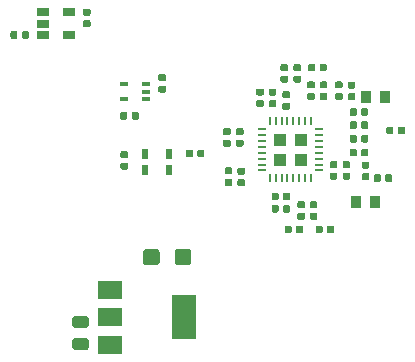
<source format=gtp>
G04 #@! TF.GenerationSoftware,KiCad,Pcbnew,(5.0.2)-1*
G04 #@! TF.CreationDate,2019-01-06T11:57:04+11:00*
G04 #@! TF.ProjectId,MAX2870_Dev_Rev_0,4d415832-3837-4305-9f44-65765f526576,rev?*
G04 #@! TF.SameCoordinates,Original*
G04 #@! TF.FileFunction,Paste,Top*
G04 #@! TF.FilePolarity,Positive*
%FSLAX46Y46*%
G04 Gerber Fmt 4.6, Leading zero omitted, Abs format (unit mm)*
G04 Created by KiCad (PCBNEW (5.0.2)-1) date 6/01/2019 11:57:04*
%MOMM*%
%LPD*%
G01*
G04 APERTURE LIST*
%ADD10C,0.100000*%
%ADD11C,0.590000*%
%ADD12R,0.850000X1.000000*%
%ADD13R,0.630000X0.840000*%
%ADD14R,1.035000X1.035000*%
%ADD15R,0.700000X0.250000*%
%ADD16R,0.250000X0.700000*%
%ADD17C,0.975000*%
%ADD18C,1.350000*%
%ADD19R,2.000000X3.800000*%
%ADD20R,2.000000X1.500000*%
%ADD21R,1.060000X0.650000*%
%ADD22R,0.650000X0.400000*%
G04 APERTURE END LIST*
D10*
G04 #@! TO.C,C13*
G36*
X84671958Y-93405710D02*
X84686276Y-93407834D01*
X84700317Y-93411351D01*
X84713946Y-93416228D01*
X84727031Y-93422417D01*
X84739447Y-93429858D01*
X84751073Y-93438481D01*
X84761798Y-93448202D01*
X84771519Y-93458927D01*
X84780142Y-93470553D01*
X84787583Y-93482969D01*
X84793772Y-93496054D01*
X84798649Y-93509683D01*
X84802166Y-93523724D01*
X84804290Y-93538042D01*
X84805000Y-93552500D01*
X84805000Y-93897500D01*
X84804290Y-93911958D01*
X84802166Y-93926276D01*
X84798649Y-93940317D01*
X84793772Y-93953946D01*
X84787583Y-93967031D01*
X84780142Y-93979447D01*
X84771519Y-93991073D01*
X84761798Y-94001798D01*
X84751073Y-94011519D01*
X84739447Y-94020142D01*
X84727031Y-94027583D01*
X84713946Y-94033772D01*
X84700317Y-94038649D01*
X84686276Y-94042166D01*
X84671958Y-94044290D01*
X84657500Y-94045000D01*
X84362500Y-94045000D01*
X84348042Y-94044290D01*
X84333724Y-94042166D01*
X84319683Y-94038649D01*
X84306054Y-94033772D01*
X84292969Y-94027583D01*
X84280553Y-94020142D01*
X84268927Y-94011519D01*
X84258202Y-94001798D01*
X84248481Y-93991073D01*
X84239858Y-93979447D01*
X84232417Y-93967031D01*
X84226228Y-93953946D01*
X84221351Y-93940317D01*
X84217834Y-93926276D01*
X84215710Y-93911958D01*
X84215000Y-93897500D01*
X84215000Y-93552500D01*
X84215710Y-93538042D01*
X84217834Y-93523724D01*
X84221351Y-93509683D01*
X84226228Y-93496054D01*
X84232417Y-93482969D01*
X84239858Y-93470553D01*
X84248481Y-93458927D01*
X84258202Y-93448202D01*
X84268927Y-93438481D01*
X84280553Y-93429858D01*
X84292969Y-93422417D01*
X84306054Y-93416228D01*
X84319683Y-93411351D01*
X84333724Y-93407834D01*
X84348042Y-93405710D01*
X84362500Y-93405000D01*
X84657500Y-93405000D01*
X84671958Y-93405710D01*
X84671958Y-93405710D01*
G37*
D11*
X84510000Y-93725000D03*
D10*
G36*
X83701958Y-93405710D02*
X83716276Y-93407834D01*
X83730317Y-93411351D01*
X83743946Y-93416228D01*
X83757031Y-93422417D01*
X83769447Y-93429858D01*
X83781073Y-93438481D01*
X83791798Y-93448202D01*
X83801519Y-93458927D01*
X83810142Y-93470553D01*
X83817583Y-93482969D01*
X83823772Y-93496054D01*
X83828649Y-93509683D01*
X83832166Y-93523724D01*
X83834290Y-93538042D01*
X83835000Y-93552500D01*
X83835000Y-93897500D01*
X83834290Y-93911958D01*
X83832166Y-93926276D01*
X83828649Y-93940317D01*
X83823772Y-93953946D01*
X83817583Y-93967031D01*
X83810142Y-93979447D01*
X83801519Y-93991073D01*
X83791798Y-94001798D01*
X83781073Y-94011519D01*
X83769447Y-94020142D01*
X83757031Y-94027583D01*
X83743946Y-94033772D01*
X83730317Y-94038649D01*
X83716276Y-94042166D01*
X83701958Y-94044290D01*
X83687500Y-94045000D01*
X83392500Y-94045000D01*
X83378042Y-94044290D01*
X83363724Y-94042166D01*
X83349683Y-94038649D01*
X83336054Y-94033772D01*
X83322969Y-94027583D01*
X83310553Y-94020142D01*
X83298927Y-94011519D01*
X83288202Y-94001798D01*
X83278481Y-93991073D01*
X83269858Y-93979447D01*
X83262417Y-93967031D01*
X83256228Y-93953946D01*
X83251351Y-93940317D01*
X83247834Y-93926276D01*
X83245710Y-93911958D01*
X83245000Y-93897500D01*
X83245000Y-93552500D01*
X83245710Y-93538042D01*
X83247834Y-93523724D01*
X83251351Y-93509683D01*
X83256228Y-93496054D01*
X83262417Y-93482969D01*
X83269858Y-93470553D01*
X83278481Y-93458927D01*
X83288202Y-93448202D01*
X83298927Y-93438481D01*
X83310553Y-93429858D01*
X83322969Y-93422417D01*
X83336054Y-93416228D01*
X83349683Y-93411351D01*
X83363724Y-93407834D01*
X83378042Y-93405710D01*
X83392500Y-93405000D01*
X83687500Y-93405000D01*
X83701958Y-93405710D01*
X83701958Y-93405710D01*
G37*
D11*
X83540000Y-93725000D03*
G04 #@! TD*
D12*
G04 #@! TO.C,FB1*
X92000000Y-93190000D03*
X90400000Y-93190000D03*
G04 #@! TD*
G04 #@! TO.C,FB2*
X92820000Y-84270000D03*
X91220000Y-84270000D03*
G04 #@! TD*
D13*
G04 #@! TO.C,XO1*
X72500000Y-89065000D03*
X72500000Y-90455000D03*
X74580000Y-89065000D03*
X74580000Y-90455000D03*
G04 #@! TD*
D10*
G04 #@! TO.C,C16*
G36*
X89761958Y-90665710D02*
X89776276Y-90667834D01*
X89790317Y-90671351D01*
X89803946Y-90676228D01*
X89817031Y-90682417D01*
X89829447Y-90689858D01*
X89841073Y-90698481D01*
X89851798Y-90708202D01*
X89861519Y-90718927D01*
X89870142Y-90730553D01*
X89877583Y-90742969D01*
X89883772Y-90756054D01*
X89888649Y-90769683D01*
X89892166Y-90783724D01*
X89894290Y-90798042D01*
X89895000Y-90812500D01*
X89895000Y-91107500D01*
X89894290Y-91121958D01*
X89892166Y-91136276D01*
X89888649Y-91150317D01*
X89883772Y-91163946D01*
X89877583Y-91177031D01*
X89870142Y-91189447D01*
X89861519Y-91201073D01*
X89851798Y-91211798D01*
X89841073Y-91221519D01*
X89829447Y-91230142D01*
X89817031Y-91237583D01*
X89803946Y-91243772D01*
X89790317Y-91248649D01*
X89776276Y-91252166D01*
X89761958Y-91254290D01*
X89747500Y-91255000D01*
X89402500Y-91255000D01*
X89388042Y-91254290D01*
X89373724Y-91252166D01*
X89359683Y-91248649D01*
X89346054Y-91243772D01*
X89332969Y-91237583D01*
X89320553Y-91230142D01*
X89308927Y-91221519D01*
X89298202Y-91211798D01*
X89288481Y-91201073D01*
X89279858Y-91189447D01*
X89272417Y-91177031D01*
X89266228Y-91163946D01*
X89261351Y-91150317D01*
X89257834Y-91136276D01*
X89255710Y-91121958D01*
X89255000Y-91107500D01*
X89255000Y-90812500D01*
X89255710Y-90798042D01*
X89257834Y-90783724D01*
X89261351Y-90769683D01*
X89266228Y-90756054D01*
X89272417Y-90742969D01*
X89279858Y-90730553D01*
X89288481Y-90718927D01*
X89298202Y-90708202D01*
X89308927Y-90698481D01*
X89320553Y-90689858D01*
X89332969Y-90682417D01*
X89346054Y-90676228D01*
X89359683Y-90671351D01*
X89373724Y-90667834D01*
X89388042Y-90665710D01*
X89402500Y-90665000D01*
X89747500Y-90665000D01*
X89761958Y-90665710D01*
X89761958Y-90665710D01*
G37*
D11*
X89575000Y-90960000D03*
D10*
G36*
X89761958Y-89695710D02*
X89776276Y-89697834D01*
X89790317Y-89701351D01*
X89803946Y-89706228D01*
X89817031Y-89712417D01*
X89829447Y-89719858D01*
X89841073Y-89728481D01*
X89851798Y-89738202D01*
X89861519Y-89748927D01*
X89870142Y-89760553D01*
X89877583Y-89772969D01*
X89883772Y-89786054D01*
X89888649Y-89799683D01*
X89892166Y-89813724D01*
X89894290Y-89828042D01*
X89895000Y-89842500D01*
X89895000Y-90137500D01*
X89894290Y-90151958D01*
X89892166Y-90166276D01*
X89888649Y-90180317D01*
X89883772Y-90193946D01*
X89877583Y-90207031D01*
X89870142Y-90219447D01*
X89861519Y-90231073D01*
X89851798Y-90241798D01*
X89841073Y-90251519D01*
X89829447Y-90260142D01*
X89817031Y-90267583D01*
X89803946Y-90273772D01*
X89790317Y-90278649D01*
X89776276Y-90282166D01*
X89761958Y-90284290D01*
X89747500Y-90285000D01*
X89402500Y-90285000D01*
X89388042Y-90284290D01*
X89373724Y-90282166D01*
X89359683Y-90278649D01*
X89346054Y-90273772D01*
X89332969Y-90267583D01*
X89320553Y-90260142D01*
X89308927Y-90251519D01*
X89298202Y-90241798D01*
X89288481Y-90231073D01*
X89279858Y-90219447D01*
X89272417Y-90207031D01*
X89266228Y-90193946D01*
X89261351Y-90180317D01*
X89257834Y-90166276D01*
X89255710Y-90151958D01*
X89255000Y-90137500D01*
X89255000Y-89842500D01*
X89255710Y-89828042D01*
X89257834Y-89813724D01*
X89261351Y-89799683D01*
X89266228Y-89786054D01*
X89272417Y-89772969D01*
X89279858Y-89760553D01*
X89288481Y-89748927D01*
X89298202Y-89738202D01*
X89308927Y-89728481D01*
X89320553Y-89719858D01*
X89332969Y-89712417D01*
X89346054Y-89706228D01*
X89359683Y-89701351D01*
X89373724Y-89697834D01*
X89388042Y-89695710D01*
X89402500Y-89695000D01*
X89747500Y-89695000D01*
X89761958Y-89695710D01*
X89761958Y-89695710D01*
G37*
D11*
X89575000Y-89990000D03*
G04 #@! TD*
D14*
G04 #@! TO.C,U3*
X83975000Y-89600000D03*
X85700000Y-89600000D03*
X83975000Y-87875000D03*
X85700000Y-87875000D03*
D15*
X82437500Y-90487500D03*
X82437500Y-89987500D03*
X82437500Y-89487500D03*
X82437500Y-88987500D03*
X82437500Y-88487500D03*
X82437500Y-87987500D03*
X82437500Y-87487500D03*
X82437500Y-86987500D03*
D16*
X83087500Y-86337500D03*
X83587500Y-86337500D03*
X84087500Y-86337500D03*
X84587500Y-86337500D03*
X85087500Y-86337500D03*
X85587500Y-86337500D03*
X86087500Y-86337500D03*
X86587500Y-86337500D03*
D15*
X87237500Y-86987500D03*
X87237500Y-87487500D03*
X87237500Y-87987500D03*
X87237500Y-88487500D03*
X87237500Y-88987500D03*
X87237500Y-89487500D03*
X87237500Y-89987500D03*
X87237500Y-90487500D03*
D16*
X86587500Y-91137500D03*
X86087500Y-91137500D03*
X85587500Y-91137500D03*
X85087500Y-91137500D03*
X84587500Y-91137500D03*
X84087500Y-91137500D03*
X83587500Y-91137500D03*
X83087500Y-91137500D03*
G04 #@! TD*
D10*
G04 #@! TO.C,C1*
G36*
X67550142Y-104701174D02*
X67573803Y-104704684D01*
X67597007Y-104710496D01*
X67619529Y-104718554D01*
X67641153Y-104728782D01*
X67661670Y-104741079D01*
X67680883Y-104755329D01*
X67698607Y-104771393D01*
X67714671Y-104789117D01*
X67728921Y-104808330D01*
X67741218Y-104828847D01*
X67751446Y-104850471D01*
X67759504Y-104872993D01*
X67765316Y-104896197D01*
X67768826Y-104919858D01*
X67770000Y-104943750D01*
X67770000Y-105431250D01*
X67768826Y-105455142D01*
X67765316Y-105478803D01*
X67759504Y-105502007D01*
X67751446Y-105524529D01*
X67741218Y-105546153D01*
X67728921Y-105566670D01*
X67714671Y-105585883D01*
X67698607Y-105603607D01*
X67680883Y-105619671D01*
X67661670Y-105633921D01*
X67641153Y-105646218D01*
X67619529Y-105656446D01*
X67597007Y-105664504D01*
X67573803Y-105670316D01*
X67550142Y-105673826D01*
X67526250Y-105675000D01*
X66613750Y-105675000D01*
X66589858Y-105673826D01*
X66566197Y-105670316D01*
X66542993Y-105664504D01*
X66520471Y-105656446D01*
X66498847Y-105646218D01*
X66478330Y-105633921D01*
X66459117Y-105619671D01*
X66441393Y-105603607D01*
X66425329Y-105585883D01*
X66411079Y-105566670D01*
X66398782Y-105546153D01*
X66388554Y-105524529D01*
X66380496Y-105502007D01*
X66374684Y-105478803D01*
X66371174Y-105455142D01*
X66370000Y-105431250D01*
X66370000Y-104943750D01*
X66371174Y-104919858D01*
X66374684Y-104896197D01*
X66380496Y-104872993D01*
X66388554Y-104850471D01*
X66398782Y-104828847D01*
X66411079Y-104808330D01*
X66425329Y-104789117D01*
X66441393Y-104771393D01*
X66459117Y-104755329D01*
X66478330Y-104741079D01*
X66498847Y-104728782D01*
X66520471Y-104718554D01*
X66542993Y-104710496D01*
X66566197Y-104704684D01*
X66589858Y-104701174D01*
X66613750Y-104700000D01*
X67526250Y-104700000D01*
X67550142Y-104701174D01*
X67550142Y-104701174D01*
G37*
D17*
X67070000Y-105187500D03*
D10*
G36*
X67550142Y-102826174D02*
X67573803Y-102829684D01*
X67597007Y-102835496D01*
X67619529Y-102843554D01*
X67641153Y-102853782D01*
X67661670Y-102866079D01*
X67680883Y-102880329D01*
X67698607Y-102896393D01*
X67714671Y-102914117D01*
X67728921Y-102933330D01*
X67741218Y-102953847D01*
X67751446Y-102975471D01*
X67759504Y-102997993D01*
X67765316Y-103021197D01*
X67768826Y-103044858D01*
X67770000Y-103068750D01*
X67770000Y-103556250D01*
X67768826Y-103580142D01*
X67765316Y-103603803D01*
X67759504Y-103627007D01*
X67751446Y-103649529D01*
X67741218Y-103671153D01*
X67728921Y-103691670D01*
X67714671Y-103710883D01*
X67698607Y-103728607D01*
X67680883Y-103744671D01*
X67661670Y-103758921D01*
X67641153Y-103771218D01*
X67619529Y-103781446D01*
X67597007Y-103789504D01*
X67573803Y-103795316D01*
X67550142Y-103798826D01*
X67526250Y-103800000D01*
X66613750Y-103800000D01*
X66589858Y-103798826D01*
X66566197Y-103795316D01*
X66542993Y-103789504D01*
X66520471Y-103781446D01*
X66498847Y-103771218D01*
X66478330Y-103758921D01*
X66459117Y-103744671D01*
X66441393Y-103728607D01*
X66425329Y-103710883D01*
X66411079Y-103691670D01*
X66398782Y-103671153D01*
X66388554Y-103649529D01*
X66380496Y-103627007D01*
X66374684Y-103603803D01*
X66371174Y-103580142D01*
X66370000Y-103556250D01*
X66370000Y-103068750D01*
X66371174Y-103044858D01*
X66374684Y-103021197D01*
X66380496Y-102997993D01*
X66388554Y-102975471D01*
X66398782Y-102953847D01*
X66411079Y-102933330D01*
X66425329Y-102914117D01*
X66441393Y-102896393D01*
X66459117Y-102880329D01*
X66478330Y-102866079D01*
X66498847Y-102853782D01*
X66520471Y-102843554D01*
X66542993Y-102835496D01*
X66566197Y-102829684D01*
X66589858Y-102826174D01*
X66613750Y-102825000D01*
X67526250Y-102825000D01*
X67550142Y-102826174D01*
X67550142Y-102826174D01*
G37*
D17*
X67070000Y-103312500D03*
G04 #@! TD*
D10*
G04 #@! TO.C,C2*
G36*
X76234505Y-97136204D02*
X76258773Y-97139804D01*
X76282572Y-97145765D01*
X76305671Y-97154030D01*
X76327850Y-97164520D01*
X76348893Y-97177132D01*
X76368599Y-97191747D01*
X76386777Y-97208223D01*
X76403253Y-97226401D01*
X76417868Y-97246107D01*
X76430480Y-97267150D01*
X76440970Y-97289329D01*
X76449235Y-97312428D01*
X76455196Y-97336227D01*
X76458796Y-97360495D01*
X76460000Y-97384999D01*
X76460000Y-98235001D01*
X76458796Y-98259505D01*
X76455196Y-98283773D01*
X76449235Y-98307572D01*
X76440970Y-98330671D01*
X76430480Y-98352850D01*
X76417868Y-98373893D01*
X76403253Y-98393599D01*
X76386777Y-98411777D01*
X76368599Y-98428253D01*
X76348893Y-98442868D01*
X76327850Y-98455480D01*
X76305671Y-98465970D01*
X76282572Y-98474235D01*
X76258773Y-98480196D01*
X76234505Y-98483796D01*
X76210001Y-98485000D01*
X75309999Y-98485000D01*
X75285495Y-98483796D01*
X75261227Y-98480196D01*
X75237428Y-98474235D01*
X75214329Y-98465970D01*
X75192150Y-98455480D01*
X75171107Y-98442868D01*
X75151401Y-98428253D01*
X75133223Y-98411777D01*
X75116747Y-98393599D01*
X75102132Y-98373893D01*
X75089520Y-98352850D01*
X75079030Y-98330671D01*
X75070765Y-98307572D01*
X75064804Y-98283773D01*
X75061204Y-98259505D01*
X75060000Y-98235001D01*
X75060000Y-97384999D01*
X75061204Y-97360495D01*
X75064804Y-97336227D01*
X75070765Y-97312428D01*
X75079030Y-97289329D01*
X75089520Y-97267150D01*
X75102132Y-97246107D01*
X75116747Y-97226401D01*
X75133223Y-97208223D01*
X75151401Y-97191747D01*
X75171107Y-97177132D01*
X75192150Y-97164520D01*
X75214329Y-97154030D01*
X75237428Y-97145765D01*
X75261227Y-97139804D01*
X75285495Y-97136204D01*
X75309999Y-97135000D01*
X76210001Y-97135000D01*
X76234505Y-97136204D01*
X76234505Y-97136204D01*
G37*
D18*
X75760000Y-97810000D03*
D10*
G36*
X73534505Y-97136204D02*
X73558773Y-97139804D01*
X73582572Y-97145765D01*
X73605671Y-97154030D01*
X73627850Y-97164520D01*
X73648893Y-97177132D01*
X73668599Y-97191747D01*
X73686777Y-97208223D01*
X73703253Y-97226401D01*
X73717868Y-97246107D01*
X73730480Y-97267150D01*
X73740970Y-97289329D01*
X73749235Y-97312428D01*
X73755196Y-97336227D01*
X73758796Y-97360495D01*
X73760000Y-97384999D01*
X73760000Y-98235001D01*
X73758796Y-98259505D01*
X73755196Y-98283773D01*
X73749235Y-98307572D01*
X73740970Y-98330671D01*
X73730480Y-98352850D01*
X73717868Y-98373893D01*
X73703253Y-98393599D01*
X73686777Y-98411777D01*
X73668599Y-98428253D01*
X73648893Y-98442868D01*
X73627850Y-98455480D01*
X73605671Y-98465970D01*
X73582572Y-98474235D01*
X73558773Y-98480196D01*
X73534505Y-98483796D01*
X73510001Y-98485000D01*
X72609999Y-98485000D01*
X72585495Y-98483796D01*
X72561227Y-98480196D01*
X72537428Y-98474235D01*
X72514329Y-98465970D01*
X72492150Y-98455480D01*
X72471107Y-98442868D01*
X72451401Y-98428253D01*
X72433223Y-98411777D01*
X72416747Y-98393599D01*
X72402132Y-98373893D01*
X72389520Y-98352850D01*
X72379030Y-98330671D01*
X72370765Y-98307572D01*
X72364804Y-98283773D01*
X72361204Y-98259505D01*
X72360000Y-98235001D01*
X72360000Y-97384999D01*
X72361204Y-97360495D01*
X72364804Y-97336227D01*
X72370765Y-97312428D01*
X72379030Y-97289329D01*
X72389520Y-97267150D01*
X72402132Y-97246107D01*
X72416747Y-97226401D01*
X72433223Y-97208223D01*
X72451401Y-97191747D01*
X72471107Y-97177132D01*
X72492150Y-97164520D01*
X72514329Y-97154030D01*
X72537428Y-97145765D01*
X72561227Y-97139804D01*
X72585495Y-97136204D01*
X72609999Y-97135000D01*
X73510001Y-97135000D01*
X73534505Y-97136204D01*
X73534505Y-97136204D01*
G37*
D18*
X73060000Y-97810000D03*
G04 #@! TD*
D10*
G04 #@! TO.C,C3*
G36*
X70956958Y-88850710D02*
X70971276Y-88852834D01*
X70985317Y-88856351D01*
X70998946Y-88861228D01*
X71012031Y-88867417D01*
X71024447Y-88874858D01*
X71036073Y-88883481D01*
X71046798Y-88893202D01*
X71056519Y-88903927D01*
X71065142Y-88915553D01*
X71072583Y-88927969D01*
X71078772Y-88941054D01*
X71083649Y-88954683D01*
X71087166Y-88968724D01*
X71089290Y-88983042D01*
X71090000Y-88997500D01*
X71090000Y-89292500D01*
X71089290Y-89306958D01*
X71087166Y-89321276D01*
X71083649Y-89335317D01*
X71078772Y-89348946D01*
X71072583Y-89362031D01*
X71065142Y-89374447D01*
X71056519Y-89386073D01*
X71046798Y-89396798D01*
X71036073Y-89406519D01*
X71024447Y-89415142D01*
X71012031Y-89422583D01*
X70998946Y-89428772D01*
X70985317Y-89433649D01*
X70971276Y-89437166D01*
X70956958Y-89439290D01*
X70942500Y-89440000D01*
X70597500Y-89440000D01*
X70583042Y-89439290D01*
X70568724Y-89437166D01*
X70554683Y-89433649D01*
X70541054Y-89428772D01*
X70527969Y-89422583D01*
X70515553Y-89415142D01*
X70503927Y-89406519D01*
X70493202Y-89396798D01*
X70483481Y-89386073D01*
X70474858Y-89374447D01*
X70467417Y-89362031D01*
X70461228Y-89348946D01*
X70456351Y-89335317D01*
X70452834Y-89321276D01*
X70450710Y-89306958D01*
X70450000Y-89292500D01*
X70450000Y-88997500D01*
X70450710Y-88983042D01*
X70452834Y-88968724D01*
X70456351Y-88954683D01*
X70461228Y-88941054D01*
X70467417Y-88927969D01*
X70474858Y-88915553D01*
X70483481Y-88903927D01*
X70493202Y-88893202D01*
X70503927Y-88883481D01*
X70515553Y-88874858D01*
X70527969Y-88867417D01*
X70541054Y-88861228D01*
X70554683Y-88856351D01*
X70568724Y-88852834D01*
X70583042Y-88850710D01*
X70597500Y-88850000D01*
X70942500Y-88850000D01*
X70956958Y-88850710D01*
X70956958Y-88850710D01*
G37*
D11*
X70770000Y-89145000D03*
D10*
G36*
X70956958Y-89820710D02*
X70971276Y-89822834D01*
X70985317Y-89826351D01*
X70998946Y-89831228D01*
X71012031Y-89837417D01*
X71024447Y-89844858D01*
X71036073Y-89853481D01*
X71046798Y-89863202D01*
X71056519Y-89873927D01*
X71065142Y-89885553D01*
X71072583Y-89897969D01*
X71078772Y-89911054D01*
X71083649Y-89924683D01*
X71087166Y-89938724D01*
X71089290Y-89953042D01*
X71090000Y-89967500D01*
X71090000Y-90262500D01*
X71089290Y-90276958D01*
X71087166Y-90291276D01*
X71083649Y-90305317D01*
X71078772Y-90318946D01*
X71072583Y-90332031D01*
X71065142Y-90344447D01*
X71056519Y-90356073D01*
X71046798Y-90366798D01*
X71036073Y-90376519D01*
X71024447Y-90385142D01*
X71012031Y-90392583D01*
X70998946Y-90398772D01*
X70985317Y-90403649D01*
X70971276Y-90407166D01*
X70956958Y-90409290D01*
X70942500Y-90410000D01*
X70597500Y-90410000D01*
X70583042Y-90409290D01*
X70568724Y-90407166D01*
X70554683Y-90403649D01*
X70541054Y-90398772D01*
X70527969Y-90392583D01*
X70515553Y-90385142D01*
X70503927Y-90376519D01*
X70493202Y-90366798D01*
X70483481Y-90356073D01*
X70474858Y-90344447D01*
X70467417Y-90332031D01*
X70461228Y-90318946D01*
X70456351Y-90305317D01*
X70452834Y-90291276D01*
X70450710Y-90276958D01*
X70450000Y-90262500D01*
X70450000Y-89967500D01*
X70450710Y-89953042D01*
X70452834Y-89938724D01*
X70456351Y-89924683D01*
X70461228Y-89911054D01*
X70467417Y-89897969D01*
X70474858Y-89885553D01*
X70483481Y-89873927D01*
X70493202Y-89863202D01*
X70503927Y-89853481D01*
X70515553Y-89844858D01*
X70527969Y-89837417D01*
X70541054Y-89831228D01*
X70554683Y-89826351D01*
X70568724Y-89822834D01*
X70583042Y-89820710D01*
X70597500Y-89820000D01*
X70942500Y-89820000D01*
X70956958Y-89820710D01*
X70956958Y-89820710D01*
G37*
D11*
X70770000Y-90115000D03*
G04 #@! TD*
D10*
G04 #@! TO.C,C4*
G36*
X77426958Y-88710710D02*
X77441276Y-88712834D01*
X77455317Y-88716351D01*
X77468946Y-88721228D01*
X77482031Y-88727417D01*
X77494447Y-88734858D01*
X77506073Y-88743481D01*
X77516798Y-88753202D01*
X77526519Y-88763927D01*
X77535142Y-88775553D01*
X77542583Y-88787969D01*
X77548772Y-88801054D01*
X77553649Y-88814683D01*
X77557166Y-88828724D01*
X77559290Y-88843042D01*
X77560000Y-88857500D01*
X77560000Y-89202500D01*
X77559290Y-89216958D01*
X77557166Y-89231276D01*
X77553649Y-89245317D01*
X77548772Y-89258946D01*
X77542583Y-89272031D01*
X77535142Y-89284447D01*
X77526519Y-89296073D01*
X77516798Y-89306798D01*
X77506073Y-89316519D01*
X77494447Y-89325142D01*
X77482031Y-89332583D01*
X77468946Y-89338772D01*
X77455317Y-89343649D01*
X77441276Y-89347166D01*
X77426958Y-89349290D01*
X77412500Y-89350000D01*
X77117500Y-89350000D01*
X77103042Y-89349290D01*
X77088724Y-89347166D01*
X77074683Y-89343649D01*
X77061054Y-89338772D01*
X77047969Y-89332583D01*
X77035553Y-89325142D01*
X77023927Y-89316519D01*
X77013202Y-89306798D01*
X77003481Y-89296073D01*
X76994858Y-89284447D01*
X76987417Y-89272031D01*
X76981228Y-89258946D01*
X76976351Y-89245317D01*
X76972834Y-89231276D01*
X76970710Y-89216958D01*
X76970000Y-89202500D01*
X76970000Y-88857500D01*
X76970710Y-88843042D01*
X76972834Y-88828724D01*
X76976351Y-88814683D01*
X76981228Y-88801054D01*
X76987417Y-88787969D01*
X76994858Y-88775553D01*
X77003481Y-88763927D01*
X77013202Y-88753202D01*
X77023927Y-88743481D01*
X77035553Y-88734858D01*
X77047969Y-88727417D01*
X77061054Y-88721228D01*
X77074683Y-88716351D01*
X77088724Y-88712834D01*
X77103042Y-88710710D01*
X77117500Y-88710000D01*
X77412500Y-88710000D01*
X77426958Y-88710710D01*
X77426958Y-88710710D01*
G37*
D11*
X77265000Y-89030000D03*
D10*
G36*
X76456958Y-88710710D02*
X76471276Y-88712834D01*
X76485317Y-88716351D01*
X76498946Y-88721228D01*
X76512031Y-88727417D01*
X76524447Y-88734858D01*
X76536073Y-88743481D01*
X76546798Y-88753202D01*
X76556519Y-88763927D01*
X76565142Y-88775553D01*
X76572583Y-88787969D01*
X76578772Y-88801054D01*
X76583649Y-88814683D01*
X76587166Y-88828724D01*
X76589290Y-88843042D01*
X76590000Y-88857500D01*
X76590000Y-89202500D01*
X76589290Y-89216958D01*
X76587166Y-89231276D01*
X76583649Y-89245317D01*
X76578772Y-89258946D01*
X76572583Y-89272031D01*
X76565142Y-89284447D01*
X76556519Y-89296073D01*
X76546798Y-89306798D01*
X76536073Y-89316519D01*
X76524447Y-89325142D01*
X76512031Y-89332583D01*
X76498946Y-89338772D01*
X76485317Y-89343649D01*
X76471276Y-89347166D01*
X76456958Y-89349290D01*
X76442500Y-89350000D01*
X76147500Y-89350000D01*
X76133042Y-89349290D01*
X76118724Y-89347166D01*
X76104683Y-89343649D01*
X76091054Y-89338772D01*
X76077969Y-89332583D01*
X76065553Y-89325142D01*
X76053927Y-89316519D01*
X76043202Y-89306798D01*
X76033481Y-89296073D01*
X76024858Y-89284447D01*
X76017417Y-89272031D01*
X76011228Y-89258946D01*
X76006351Y-89245317D01*
X76002834Y-89231276D01*
X76000710Y-89216958D01*
X76000000Y-89202500D01*
X76000000Y-88857500D01*
X76000710Y-88843042D01*
X76002834Y-88828724D01*
X76006351Y-88814683D01*
X76011228Y-88801054D01*
X76017417Y-88787969D01*
X76024858Y-88775553D01*
X76033481Y-88763927D01*
X76043202Y-88753202D01*
X76053927Y-88743481D01*
X76065553Y-88734858D01*
X76077969Y-88727417D01*
X76091054Y-88721228D01*
X76104683Y-88716351D01*
X76118724Y-88712834D01*
X76133042Y-88710710D01*
X76147500Y-88710000D01*
X76442500Y-88710000D01*
X76456958Y-88710710D01*
X76456958Y-88710710D01*
G37*
D11*
X76295000Y-89030000D03*
G04 #@! TD*
D10*
G04 #@! TO.C,C5*
G36*
X86806958Y-81450710D02*
X86821276Y-81452834D01*
X86835317Y-81456351D01*
X86848946Y-81461228D01*
X86862031Y-81467417D01*
X86874447Y-81474858D01*
X86886073Y-81483481D01*
X86896798Y-81493202D01*
X86906519Y-81503927D01*
X86915142Y-81515553D01*
X86922583Y-81527969D01*
X86928772Y-81541054D01*
X86933649Y-81554683D01*
X86937166Y-81568724D01*
X86939290Y-81583042D01*
X86940000Y-81597500D01*
X86940000Y-81942500D01*
X86939290Y-81956958D01*
X86937166Y-81971276D01*
X86933649Y-81985317D01*
X86928772Y-81998946D01*
X86922583Y-82012031D01*
X86915142Y-82024447D01*
X86906519Y-82036073D01*
X86896798Y-82046798D01*
X86886073Y-82056519D01*
X86874447Y-82065142D01*
X86862031Y-82072583D01*
X86848946Y-82078772D01*
X86835317Y-82083649D01*
X86821276Y-82087166D01*
X86806958Y-82089290D01*
X86792500Y-82090000D01*
X86497500Y-82090000D01*
X86483042Y-82089290D01*
X86468724Y-82087166D01*
X86454683Y-82083649D01*
X86441054Y-82078772D01*
X86427969Y-82072583D01*
X86415553Y-82065142D01*
X86403927Y-82056519D01*
X86393202Y-82046798D01*
X86383481Y-82036073D01*
X86374858Y-82024447D01*
X86367417Y-82012031D01*
X86361228Y-81998946D01*
X86356351Y-81985317D01*
X86352834Y-81971276D01*
X86350710Y-81956958D01*
X86350000Y-81942500D01*
X86350000Y-81597500D01*
X86350710Y-81583042D01*
X86352834Y-81568724D01*
X86356351Y-81554683D01*
X86361228Y-81541054D01*
X86367417Y-81527969D01*
X86374858Y-81515553D01*
X86383481Y-81503927D01*
X86393202Y-81493202D01*
X86403927Y-81483481D01*
X86415553Y-81474858D01*
X86427969Y-81467417D01*
X86441054Y-81461228D01*
X86454683Y-81456351D01*
X86468724Y-81452834D01*
X86483042Y-81450710D01*
X86497500Y-81450000D01*
X86792500Y-81450000D01*
X86806958Y-81450710D01*
X86806958Y-81450710D01*
G37*
D11*
X86645000Y-81770000D03*
D10*
G36*
X87776958Y-81450710D02*
X87791276Y-81452834D01*
X87805317Y-81456351D01*
X87818946Y-81461228D01*
X87832031Y-81467417D01*
X87844447Y-81474858D01*
X87856073Y-81483481D01*
X87866798Y-81493202D01*
X87876519Y-81503927D01*
X87885142Y-81515553D01*
X87892583Y-81527969D01*
X87898772Y-81541054D01*
X87903649Y-81554683D01*
X87907166Y-81568724D01*
X87909290Y-81583042D01*
X87910000Y-81597500D01*
X87910000Y-81942500D01*
X87909290Y-81956958D01*
X87907166Y-81971276D01*
X87903649Y-81985317D01*
X87898772Y-81998946D01*
X87892583Y-82012031D01*
X87885142Y-82024447D01*
X87876519Y-82036073D01*
X87866798Y-82046798D01*
X87856073Y-82056519D01*
X87844447Y-82065142D01*
X87832031Y-82072583D01*
X87818946Y-82078772D01*
X87805317Y-82083649D01*
X87791276Y-82087166D01*
X87776958Y-82089290D01*
X87762500Y-82090000D01*
X87467500Y-82090000D01*
X87453042Y-82089290D01*
X87438724Y-82087166D01*
X87424683Y-82083649D01*
X87411054Y-82078772D01*
X87397969Y-82072583D01*
X87385553Y-82065142D01*
X87373927Y-82056519D01*
X87363202Y-82046798D01*
X87353481Y-82036073D01*
X87344858Y-82024447D01*
X87337417Y-82012031D01*
X87331228Y-81998946D01*
X87326351Y-81985317D01*
X87322834Y-81971276D01*
X87320710Y-81956958D01*
X87320000Y-81942500D01*
X87320000Y-81597500D01*
X87320710Y-81583042D01*
X87322834Y-81568724D01*
X87326351Y-81554683D01*
X87331228Y-81541054D01*
X87337417Y-81527969D01*
X87344858Y-81515553D01*
X87353481Y-81503927D01*
X87363202Y-81493202D01*
X87373927Y-81483481D01*
X87385553Y-81474858D01*
X87397969Y-81467417D01*
X87411054Y-81461228D01*
X87424683Y-81456351D01*
X87438724Y-81452834D01*
X87453042Y-81450710D01*
X87467500Y-81450000D01*
X87762500Y-81450000D01*
X87776958Y-81450710D01*
X87776958Y-81450710D01*
G37*
D11*
X87615000Y-81770000D03*
G04 #@! TD*
D10*
G04 #@! TO.C,C6*
G36*
X83526958Y-83550710D02*
X83541276Y-83552834D01*
X83555317Y-83556351D01*
X83568946Y-83561228D01*
X83582031Y-83567417D01*
X83594447Y-83574858D01*
X83606073Y-83583481D01*
X83616798Y-83593202D01*
X83626519Y-83603927D01*
X83635142Y-83615553D01*
X83642583Y-83627969D01*
X83648772Y-83641054D01*
X83653649Y-83654683D01*
X83657166Y-83668724D01*
X83659290Y-83683042D01*
X83660000Y-83697500D01*
X83660000Y-83992500D01*
X83659290Y-84006958D01*
X83657166Y-84021276D01*
X83653649Y-84035317D01*
X83648772Y-84048946D01*
X83642583Y-84062031D01*
X83635142Y-84074447D01*
X83626519Y-84086073D01*
X83616798Y-84096798D01*
X83606073Y-84106519D01*
X83594447Y-84115142D01*
X83582031Y-84122583D01*
X83568946Y-84128772D01*
X83555317Y-84133649D01*
X83541276Y-84137166D01*
X83526958Y-84139290D01*
X83512500Y-84140000D01*
X83167500Y-84140000D01*
X83153042Y-84139290D01*
X83138724Y-84137166D01*
X83124683Y-84133649D01*
X83111054Y-84128772D01*
X83097969Y-84122583D01*
X83085553Y-84115142D01*
X83073927Y-84106519D01*
X83063202Y-84096798D01*
X83053481Y-84086073D01*
X83044858Y-84074447D01*
X83037417Y-84062031D01*
X83031228Y-84048946D01*
X83026351Y-84035317D01*
X83022834Y-84021276D01*
X83020710Y-84006958D01*
X83020000Y-83992500D01*
X83020000Y-83697500D01*
X83020710Y-83683042D01*
X83022834Y-83668724D01*
X83026351Y-83654683D01*
X83031228Y-83641054D01*
X83037417Y-83627969D01*
X83044858Y-83615553D01*
X83053481Y-83603927D01*
X83063202Y-83593202D01*
X83073927Y-83583481D01*
X83085553Y-83574858D01*
X83097969Y-83567417D01*
X83111054Y-83561228D01*
X83124683Y-83556351D01*
X83138724Y-83552834D01*
X83153042Y-83550710D01*
X83167500Y-83550000D01*
X83512500Y-83550000D01*
X83526958Y-83550710D01*
X83526958Y-83550710D01*
G37*
D11*
X83340000Y-83845000D03*
D10*
G36*
X83526958Y-84520710D02*
X83541276Y-84522834D01*
X83555317Y-84526351D01*
X83568946Y-84531228D01*
X83582031Y-84537417D01*
X83594447Y-84544858D01*
X83606073Y-84553481D01*
X83616798Y-84563202D01*
X83626519Y-84573927D01*
X83635142Y-84585553D01*
X83642583Y-84597969D01*
X83648772Y-84611054D01*
X83653649Y-84624683D01*
X83657166Y-84638724D01*
X83659290Y-84653042D01*
X83660000Y-84667500D01*
X83660000Y-84962500D01*
X83659290Y-84976958D01*
X83657166Y-84991276D01*
X83653649Y-85005317D01*
X83648772Y-85018946D01*
X83642583Y-85032031D01*
X83635142Y-85044447D01*
X83626519Y-85056073D01*
X83616798Y-85066798D01*
X83606073Y-85076519D01*
X83594447Y-85085142D01*
X83582031Y-85092583D01*
X83568946Y-85098772D01*
X83555317Y-85103649D01*
X83541276Y-85107166D01*
X83526958Y-85109290D01*
X83512500Y-85110000D01*
X83167500Y-85110000D01*
X83153042Y-85109290D01*
X83138724Y-85107166D01*
X83124683Y-85103649D01*
X83111054Y-85098772D01*
X83097969Y-85092583D01*
X83085553Y-85085142D01*
X83073927Y-85076519D01*
X83063202Y-85066798D01*
X83053481Y-85056073D01*
X83044858Y-85044447D01*
X83037417Y-85032031D01*
X83031228Y-85018946D01*
X83026351Y-85005317D01*
X83022834Y-84991276D01*
X83020710Y-84976958D01*
X83020000Y-84962500D01*
X83020000Y-84667500D01*
X83020710Y-84653042D01*
X83022834Y-84638724D01*
X83026351Y-84624683D01*
X83031228Y-84611054D01*
X83037417Y-84597969D01*
X83044858Y-84585553D01*
X83053481Y-84573927D01*
X83063202Y-84563202D01*
X83073927Y-84553481D01*
X83085553Y-84544858D01*
X83097969Y-84537417D01*
X83111054Y-84531228D01*
X83124683Y-84526351D01*
X83138724Y-84522834D01*
X83153042Y-84520710D01*
X83167500Y-84520000D01*
X83512500Y-84520000D01*
X83526958Y-84520710D01*
X83526958Y-84520710D01*
G37*
D11*
X83340000Y-84815000D03*
G04 #@! TD*
D10*
G04 #@! TO.C,C7*
G36*
X61596958Y-78690710D02*
X61611276Y-78692834D01*
X61625317Y-78696351D01*
X61638946Y-78701228D01*
X61652031Y-78707417D01*
X61664447Y-78714858D01*
X61676073Y-78723481D01*
X61686798Y-78733202D01*
X61696519Y-78743927D01*
X61705142Y-78755553D01*
X61712583Y-78767969D01*
X61718772Y-78781054D01*
X61723649Y-78794683D01*
X61727166Y-78808724D01*
X61729290Y-78823042D01*
X61730000Y-78837500D01*
X61730000Y-79182500D01*
X61729290Y-79196958D01*
X61727166Y-79211276D01*
X61723649Y-79225317D01*
X61718772Y-79238946D01*
X61712583Y-79252031D01*
X61705142Y-79264447D01*
X61696519Y-79276073D01*
X61686798Y-79286798D01*
X61676073Y-79296519D01*
X61664447Y-79305142D01*
X61652031Y-79312583D01*
X61638946Y-79318772D01*
X61625317Y-79323649D01*
X61611276Y-79327166D01*
X61596958Y-79329290D01*
X61582500Y-79330000D01*
X61287500Y-79330000D01*
X61273042Y-79329290D01*
X61258724Y-79327166D01*
X61244683Y-79323649D01*
X61231054Y-79318772D01*
X61217969Y-79312583D01*
X61205553Y-79305142D01*
X61193927Y-79296519D01*
X61183202Y-79286798D01*
X61173481Y-79276073D01*
X61164858Y-79264447D01*
X61157417Y-79252031D01*
X61151228Y-79238946D01*
X61146351Y-79225317D01*
X61142834Y-79211276D01*
X61140710Y-79196958D01*
X61140000Y-79182500D01*
X61140000Y-78837500D01*
X61140710Y-78823042D01*
X61142834Y-78808724D01*
X61146351Y-78794683D01*
X61151228Y-78781054D01*
X61157417Y-78767969D01*
X61164858Y-78755553D01*
X61173481Y-78743927D01*
X61183202Y-78733202D01*
X61193927Y-78723481D01*
X61205553Y-78714858D01*
X61217969Y-78707417D01*
X61231054Y-78701228D01*
X61244683Y-78696351D01*
X61258724Y-78692834D01*
X61273042Y-78690710D01*
X61287500Y-78690000D01*
X61582500Y-78690000D01*
X61596958Y-78690710D01*
X61596958Y-78690710D01*
G37*
D11*
X61435000Y-79010000D03*
D10*
G36*
X62566958Y-78690710D02*
X62581276Y-78692834D01*
X62595317Y-78696351D01*
X62608946Y-78701228D01*
X62622031Y-78707417D01*
X62634447Y-78714858D01*
X62646073Y-78723481D01*
X62656798Y-78733202D01*
X62666519Y-78743927D01*
X62675142Y-78755553D01*
X62682583Y-78767969D01*
X62688772Y-78781054D01*
X62693649Y-78794683D01*
X62697166Y-78808724D01*
X62699290Y-78823042D01*
X62700000Y-78837500D01*
X62700000Y-79182500D01*
X62699290Y-79196958D01*
X62697166Y-79211276D01*
X62693649Y-79225317D01*
X62688772Y-79238946D01*
X62682583Y-79252031D01*
X62675142Y-79264447D01*
X62666519Y-79276073D01*
X62656798Y-79286798D01*
X62646073Y-79296519D01*
X62634447Y-79305142D01*
X62622031Y-79312583D01*
X62608946Y-79318772D01*
X62595317Y-79323649D01*
X62581276Y-79327166D01*
X62566958Y-79329290D01*
X62552500Y-79330000D01*
X62257500Y-79330000D01*
X62243042Y-79329290D01*
X62228724Y-79327166D01*
X62214683Y-79323649D01*
X62201054Y-79318772D01*
X62187969Y-79312583D01*
X62175553Y-79305142D01*
X62163927Y-79296519D01*
X62153202Y-79286798D01*
X62143481Y-79276073D01*
X62134858Y-79264447D01*
X62127417Y-79252031D01*
X62121228Y-79238946D01*
X62116351Y-79225317D01*
X62112834Y-79211276D01*
X62110710Y-79196958D01*
X62110000Y-79182500D01*
X62110000Y-78837500D01*
X62110710Y-78823042D01*
X62112834Y-78808724D01*
X62116351Y-78794683D01*
X62121228Y-78781054D01*
X62127417Y-78767969D01*
X62134858Y-78755553D01*
X62143481Y-78743927D01*
X62153202Y-78733202D01*
X62163927Y-78723481D01*
X62175553Y-78714858D01*
X62187969Y-78707417D01*
X62201054Y-78701228D01*
X62214683Y-78696351D01*
X62228724Y-78692834D01*
X62243042Y-78690710D01*
X62257500Y-78690000D01*
X62552500Y-78690000D01*
X62566958Y-78690710D01*
X62566958Y-78690710D01*
G37*
D11*
X62405000Y-79010000D03*
G04 #@! TD*
D10*
G04 #@! TO.C,C8*
G36*
X82446958Y-84520710D02*
X82461276Y-84522834D01*
X82475317Y-84526351D01*
X82488946Y-84531228D01*
X82502031Y-84537417D01*
X82514447Y-84544858D01*
X82526073Y-84553481D01*
X82536798Y-84563202D01*
X82546519Y-84573927D01*
X82555142Y-84585553D01*
X82562583Y-84597969D01*
X82568772Y-84611054D01*
X82573649Y-84624683D01*
X82577166Y-84638724D01*
X82579290Y-84653042D01*
X82580000Y-84667500D01*
X82580000Y-84962500D01*
X82579290Y-84976958D01*
X82577166Y-84991276D01*
X82573649Y-85005317D01*
X82568772Y-85018946D01*
X82562583Y-85032031D01*
X82555142Y-85044447D01*
X82546519Y-85056073D01*
X82536798Y-85066798D01*
X82526073Y-85076519D01*
X82514447Y-85085142D01*
X82502031Y-85092583D01*
X82488946Y-85098772D01*
X82475317Y-85103649D01*
X82461276Y-85107166D01*
X82446958Y-85109290D01*
X82432500Y-85110000D01*
X82087500Y-85110000D01*
X82073042Y-85109290D01*
X82058724Y-85107166D01*
X82044683Y-85103649D01*
X82031054Y-85098772D01*
X82017969Y-85092583D01*
X82005553Y-85085142D01*
X81993927Y-85076519D01*
X81983202Y-85066798D01*
X81973481Y-85056073D01*
X81964858Y-85044447D01*
X81957417Y-85032031D01*
X81951228Y-85018946D01*
X81946351Y-85005317D01*
X81942834Y-84991276D01*
X81940710Y-84976958D01*
X81940000Y-84962500D01*
X81940000Y-84667500D01*
X81940710Y-84653042D01*
X81942834Y-84638724D01*
X81946351Y-84624683D01*
X81951228Y-84611054D01*
X81957417Y-84597969D01*
X81964858Y-84585553D01*
X81973481Y-84573927D01*
X81983202Y-84563202D01*
X81993927Y-84553481D01*
X82005553Y-84544858D01*
X82017969Y-84537417D01*
X82031054Y-84531228D01*
X82044683Y-84526351D01*
X82058724Y-84522834D01*
X82073042Y-84520710D01*
X82087500Y-84520000D01*
X82432500Y-84520000D01*
X82446958Y-84520710D01*
X82446958Y-84520710D01*
G37*
D11*
X82260000Y-84815000D03*
D10*
G36*
X82446958Y-83550710D02*
X82461276Y-83552834D01*
X82475317Y-83556351D01*
X82488946Y-83561228D01*
X82502031Y-83567417D01*
X82514447Y-83574858D01*
X82526073Y-83583481D01*
X82536798Y-83593202D01*
X82546519Y-83603927D01*
X82555142Y-83615553D01*
X82562583Y-83627969D01*
X82568772Y-83641054D01*
X82573649Y-83654683D01*
X82577166Y-83668724D01*
X82579290Y-83683042D01*
X82580000Y-83697500D01*
X82580000Y-83992500D01*
X82579290Y-84006958D01*
X82577166Y-84021276D01*
X82573649Y-84035317D01*
X82568772Y-84048946D01*
X82562583Y-84062031D01*
X82555142Y-84074447D01*
X82546519Y-84086073D01*
X82536798Y-84096798D01*
X82526073Y-84106519D01*
X82514447Y-84115142D01*
X82502031Y-84122583D01*
X82488946Y-84128772D01*
X82475317Y-84133649D01*
X82461276Y-84137166D01*
X82446958Y-84139290D01*
X82432500Y-84140000D01*
X82087500Y-84140000D01*
X82073042Y-84139290D01*
X82058724Y-84137166D01*
X82044683Y-84133649D01*
X82031054Y-84128772D01*
X82017969Y-84122583D01*
X82005553Y-84115142D01*
X81993927Y-84106519D01*
X81983202Y-84096798D01*
X81973481Y-84086073D01*
X81964858Y-84074447D01*
X81957417Y-84062031D01*
X81951228Y-84048946D01*
X81946351Y-84035317D01*
X81942834Y-84021276D01*
X81940710Y-84006958D01*
X81940000Y-83992500D01*
X81940000Y-83697500D01*
X81940710Y-83683042D01*
X81942834Y-83668724D01*
X81946351Y-83654683D01*
X81951228Y-83641054D01*
X81957417Y-83627969D01*
X81964858Y-83615553D01*
X81973481Y-83603927D01*
X81983202Y-83593202D01*
X81993927Y-83583481D01*
X82005553Y-83574858D01*
X82017969Y-83567417D01*
X82031054Y-83561228D01*
X82044683Y-83556351D01*
X82058724Y-83552834D01*
X82073042Y-83550710D01*
X82087500Y-83550000D01*
X82432500Y-83550000D01*
X82446958Y-83550710D01*
X82446958Y-83550710D01*
G37*
D11*
X82260000Y-83845000D03*
G04 #@! TD*
D10*
G04 #@! TO.C,C9*
G36*
X79646958Y-87880710D02*
X79661276Y-87882834D01*
X79675317Y-87886351D01*
X79688946Y-87891228D01*
X79702031Y-87897417D01*
X79714447Y-87904858D01*
X79726073Y-87913481D01*
X79736798Y-87923202D01*
X79746519Y-87933927D01*
X79755142Y-87945553D01*
X79762583Y-87957969D01*
X79768772Y-87971054D01*
X79773649Y-87984683D01*
X79777166Y-87998724D01*
X79779290Y-88013042D01*
X79780000Y-88027500D01*
X79780000Y-88322500D01*
X79779290Y-88336958D01*
X79777166Y-88351276D01*
X79773649Y-88365317D01*
X79768772Y-88378946D01*
X79762583Y-88392031D01*
X79755142Y-88404447D01*
X79746519Y-88416073D01*
X79736798Y-88426798D01*
X79726073Y-88436519D01*
X79714447Y-88445142D01*
X79702031Y-88452583D01*
X79688946Y-88458772D01*
X79675317Y-88463649D01*
X79661276Y-88467166D01*
X79646958Y-88469290D01*
X79632500Y-88470000D01*
X79287500Y-88470000D01*
X79273042Y-88469290D01*
X79258724Y-88467166D01*
X79244683Y-88463649D01*
X79231054Y-88458772D01*
X79217969Y-88452583D01*
X79205553Y-88445142D01*
X79193927Y-88436519D01*
X79183202Y-88426798D01*
X79173481Y-88416073D01*
X79164858Y-88404447D01*
X79157417Y-88392031D01*
X79151228Y-88378946D01*
X79146351Y-88365317D01*
X79142834Y-88351276D01*
X79140710Y-88336958D01*
X79140000Y-88322500D01*
X79140000Y-88027500D01*
X79140710Y-88013042D01*
X79142834Y-87998724D01*
X79146351Y-87984683D01*
X79151228Y-87971054D01*
X79157417Y-87957969D01*
X79164858Y-87945553D01*
X79173481Y-87933927D01*
X79183202Y-87923202D01*
X79193927Y-87913481D01*
X79205553Y-87904858D01*
X79217969Y-87897417D01*
X79231054Y-87891228D01*
X79244683Y-87886351D01*
X79258724Y-87882834D01*
X79273042Y-87880710D01*
X79287500Y-87880000D01*
X79632500Y-87880000D01*
X79646958Y-87880710D01*
X79646958Y-87880710D01*
G37*
D11*
X79460000Y-88175000D03*
D10*
G36*
X79646958Y-86910710D02*
X79661276Y-86912834D01*
X79675317Y-86916351D01*
X79688946Y-86921228D01*
X79702031Y-86927417D01*
X79714447Y-86934858D01*
X79726073Y-86943481D01*
X79736798Y-86953202D01*
X79746519Y-86963927D01*
X79755142Y-86975553D01*
X79762583Y-86987969D01*
X79768772Y-87001054D01*
X79773649Y-87014683D01*
X79777166Y-87028724D01*
X79779290Y-87043042D01*
X79780000Y-87057500D01*
X79780000Y-87352500D01*
X79779290Y-87366958D01*
X79777166Y-87381276D01*
X79773649Y-87395317D01*
X79768772Y-87408946D01*
X79762583Y-87422031D01*
X79755142Y-87434447D01*
X79746519Y-87446073D01*
X79736798Y-87456798D01*
X79726073Y-87466519D01*
X79714447Y-87475142D01*
X79702031Y-87482583D01*
X79688946Y-87488772D01*
X79675317Y-87493649D01*
X79661276Y-87497166D01*
X79646958Y-87499290D01*
X79632500Y-87500000D01*
X79287500Y-87500000D01*
X79273042Y-87499290D01*
X79258724Y-87497166D01*
X79244683Y-87493649D01*
X79231054Y-87488772D01*
X79217969Y-87482583D01*
X79205553Y-87475142D01*
X79193927Y-87466519D01*
X79183202Y-87456798D01*
X79173481Y-87446073D01*
X79164858Y-87434447D01*
X79157417Y-87422031D01*
X79151228Y-87408946D01*
X79146351Y-87395317D01*
X79142834Y-87381276D01*
X79140710Y-87366958D01*
X79140000Y-87352500D01*
X79140000Y-87057500D01*
X79140710Y-87043042D01*
X79142834Y-87028724D01*
X79146351Y-87014683D01*
X79151228Y-87001054D01*
X79157417Y-86987969D01*
X79164858Y-86975553D01*
X79173481Y-86963927D01*
X79183202Y-86953202D01*
X79193927Y-86943481D01*
X79205553Y-86934858D01*
X79217969Y-86927417D01*
X79231054Y-86921228D01*
X79244683Y-86916351D01*
X79258724Y-86912834D01*
X79273042Y-86910710D01*
X79287500Y-86910000D01*
X79632500Y-86910000D01*
X79646958Y-86910710D01*
X79646958Y-86910710D01*
G37*
D11*
X79460000Y-87205000D03*
G04 #@! TD*
D10*
G04 #@! TO.C,C10*
G36*
X80736958Y-87870710D02*
X80751276Y-87872834D01*
X80765317Y-87876351D01*
X80778946Y-87881228D01*
X80792031Y-87887417D01*
X80804447Y-87894858D01*
X80816073Y-87903481D01*
X80826798Y-87913202D01*
X80836519Y-87923927D01*
X80845142Y-87935553D01*
X80852583Y-87947969D01*
X80858772Y-87961054D01*
X80863649Y-87974683D01*
X80867166Y-87988724D01*
X80869290Y-88003042D01*
X80870000Y-88017500D01*
X80870000Y-88312500D01*
X80869290Y-88326958D01*
X80867166Y-88341276D01*
X80863649Y-88355317D01*
X80858772Y-88368946D01*
X80852583Y-88382031D01*
X80845142Y-88394447D01*
X80836519Y-88406073D01*
X80826798Y-88416798D01*
X80816073Y-88426519D01*
X80804447Y-88435142D01*
X80792031Y-88442583D01*
X80778946Y-88448772D01*
X80765317Y-88453649D01*
X80751276Y-88457166D01*
X80736958Y-88459290D01*
X80722500Y-88460000D01*
X80377500Y-88460000D01*
X80363042Y-88459290D01*
X80348724Y-88457166D01*
X80334683Y-88453649D01*
X80321054Y-88448772D01*
X80307969Y-88442583D01*
X80295553Y-88435142D01*
X80283927Y-88426519D01*
X80273202Y-88416798D01*
X80263481Y-88406073D01*
X80254858Y-88394447D01*
X80247417Y-88382031D01*
X80241228Y-88368946D01*
X80236351Y-88355317D01*
X80232834Y-88341276D01*
X80230710Y-88326958D01*
X80230000Y-88312500D01*
X80230000Y-88017500D01*
X80230710Y-88003042D01*
X80232834Y-87988724D01*
X80236351Y-87974683D01*
X80241228Y-87961054D01*
X80247417Y-87947969D01*
X80254858Y-87935553D01*
X80263481Y-87923927D01*
X80273202Y-87913202D01*
X80283927Y-87903481D01*
X80295553Y-87894858D01*
X80307969Y-87887417D01*
X80321054Y-87881228D01*
X80334683Y-87876351D01*
X80348724Y-87872834D01*
X80363042Y-87870710D01*
X80377500Y-87870000D01*
X80722500Y-87870000D01*
X80736958Y-87870710D01*
X80736958Y-87870710D01*
G37*
D11*
X80550000Y-88165000D03*
D10*
G36*
X80736958Y-86900710D02*
X80751276Y-86902834D01*
X80765317Y-86906351D01*
X80778946Y-86911228D01*
X80792031Y-86917417D01*
X80804447Y-86924858D01*
X80816073Y-86933481D01*
X80826798Y-86943202D01*
X80836519Y-86953927D01*
X80845142Y-86965553D01*
X80852583Y-86977969D01*
X80858772Y-86991054D01*
X80863649Y-87004683D01*
X80867166Y-87018724D01*
X80869290Y-87033042D01*
X80870000Y-87047500D01*
X80870000Y-87342500D01*
X80869290Y-87356958D01*
X80867166Y-87371276D01*
X80863649Y-87385317D01*
X80858772Y-87398946D01*
X80852583Y-87412031D01*
X80845142Y-87424447D01*
X80836519Y-87436073D01*
X80826798Y-87446798D01*
X80816073Y-87456519D01*
X80804447Y-87465142D01*
X80792031Y-87472583D01*
X80778946Y-87478772D01*
X80765317Y-87483649D01*
X80751276Y-87487166D01*
X80736958Y-87489290D01*
X80722500Y-87490000D01*
X80377500Y-87490000D01*
X80363042Y-87489290D01*
X80348724Y-87487166D01*
X80334683Y-87483649D01*
X80321054Y-87478772D01*
X80307969Y-87472583D01*
X80295553Y-87465142D01*
X80283927Y-87456519D01*
X80273202Y-87446798D01*
X80263481Y-87436073D01*
X80254858Y-87424447D01*
X80247417Y-87412031D01*
X80241228Y-87398946D01*
X80236351Y-87385317D01*
X80232834Y-87371276D01*
X80230710Y-87356958D01*
X80230000Y-87342500D01*
X80230000Y-87047500D01*
X80230710Y-87033042D01*
X80232834Y-87018724D01*
X80236351Y-87004683D01*
X80241228Y-86991054D01*
X80247417Y-86977969D01*
X80254858Y-86965553D01*
X80263481Y-86953927D01*
X80273202Y-86943202D01*
X80283927Y-86933481D01*
X80295553Y-86924858D01*
X80307969Y-86917417D01*
X80321054Y-86911228D01*
X80334683Y-86906351D01*
X80348724Y-86902834D01*
X80363042Y-86900710D01*
X80377500Y-86900000D01*
X80722500Y-86900000D01*
X80736958Y-86900710D01*
X80736958Y-86900710D01*
G37*
D11*
X80550000Y-87195000D03*
G04 #@! TD*
D10*
G04 #@! TO.C,C11*
G36*
X79776958Y-90230710D02*
X79791276Y-90232834D01*
X79805317Y-90236351D01*
X79818946Y-90241228D01*
X79832031Y-90247417D01*
X79844447Y-90254858D01*
X79856073Y-90263481D01*
X79866798Y-90273202D01*
X79876519Y-90283927D01*
X79885142Y-90295553D01*
X79892583Y-90307969D01*
X79898772Y-90321054D01*
X79903649Y-90334683D01*
X79907166Y-90348724D01*
X79909290Y-90363042D01*
X79910000Y-90377500D01*
X79910000Y-90672500D01*
X79909290Y-90686958D01*
X79907166Y-90701276D01*
X79903649Y-90715317D01*
X79898772Y-90728946D01*
X79892583Y-90742031D01*
X79885142Y-90754447D01*
X79876519Y-90766073D01*
X79866798Y-90776798D01*
X79856073Y-90786519D01*
X79844447Y-90795142D01*
X79832031Y-90802583D01*
X79818946Y-90808772D01*
X79805317Y-90813649D01*
X79791276Y-90817166D01*
X79776958Y-90819290D01*
X79762500Y-90820000D01*
X79417500Y-90820000D01*
X79403042Y-90819290D01*
X79388724Y-90817166D01*
X79374683Y-90813649D01*
X79361054Y-90808772D01*
X79347969Y-90802583D01*
X79335553Y-90795142D01*
X79323927Y-90786519D01*
X79313202Y-90776798D01*
X79303481Y-90766073D01*
X79294858Y-90754447D01*
X79287417Y-90742031D01*
X79281228Y-90728946D01*
X79276351Y-90715317D01*
X79272834Y-90701276D01*
X79270710Y-90686958D01*
X79270000Y-90672500D01*
X79270000Y-90377500D01*
X79270710Y-90363042D01*
X79272834Y-90348724D01*
X79276351Y-90334683D01*
X79281228Y-90321054D01*
X79287417Y-90307969D01*
X79294858Y-90295553D01*
X79303481Y-90283927D01*
X79313202Y-90273202D01*
X79323927Y-90263481D01*
X79335553Y-90254858D01*
X79347969Y-90247417D01*
X79361054Y-90241228D01*
X79374683Y-90236351D01*
X79388724Y-90232834D01*
X79403042Y-90230710D01*
X79417500Y-90230000D01*
X79762500Y-90230000D01*
X79776958Y-90230710D01*
X79776958Y-90230710D01*
G37*
D11*
X79590000Y-90525000D03*
D10*
G36*
X79776958Y-91200710D02*
X79791276Y-91202834D01*
X79805317Y-91206351D01*
X79818946Y-91211228D01*
X79832031Y-91217417D01*
X79844447Y-91224858D01*
X79856073Y-91233481D01*
X79866798Y-91243202D01*
X79876519Y-91253927D01*
X79885142Y-91265553D01*
X79892583Y-91277969D01*
X79898772Y-91291054D01*
X79903649Y-91304683D01*
X79907166Y-91318724D01*
X79909290Y-91333042D01*
X79910000Y-91347500D01*
X79910000Y-91642500D01*
X79909290Y-91656958D01*
X79907166Y-91671276D01*
X79903649Y-91685317D01*
X79898772Y-91698946D01*
X79892583Y-91712031D01*
X79885142Y-91724447D01*
X79876519Y-91736073D01*
X79866798Y-91746798D01*
X79856073Y-91756519D01*
X79844447Y-91765142D01*
X79832031Y-91772583D01*
X79818946Y-91778772D01*
X79805317Y-91783649D01*
X79791276Y-91787166D01*
X79776958Y-91789290D01*
X79762500Y-91790000D01*
X79417500Y-91790000D01*
X79403042Y-91789290D01*
X79388724Y-91787166D01*
X79374683Y-91783649D01*
X79361054Y-91778772D01*
X79347969Y-91772583D01*
X79335553Y-91765142D01*
X79323927Y-91756519D01*
X79313202Y-91746798D01*
X79303481Y-91736073D01*
X79294858Y-91724447D01*
X79287417Y-91712031D01*
X79281228Y-91698946D01*
X79276351Y-91685317D01*
X79272834Y-91671276D01*
X79270710Y-91656958D01*
X79270000Y-91642500D01*
X79270000Y-91347500D01*
X79270710Y-91333042D01*
X79272834Y-91318724D01*
X79276351Y-91304683D01*
X79281228Y-91291054D01*
X79287417Y-91277969D01*
X79294858Y-91265553D01*
X79303481Y-91253927D01*
X79313202Y-91243202D01*
X79323927Y-91233481D01*
X79335553Y-91224858D01*
X79347969Y-91217417D01*
X79361054Y-91211228D01*
X79374683Y-91206351D01*
X79388724Y-91202834D01*
X79403042Y-91200710D01*
X79417500Y-91200000D01*
X79762500Y-91200000D01*
X79776958Y-91200710D01*
X79776958Y-91200710D01*
G37*
D11*
X79590000Y-91495000D03*
G04 #@! TD*
D10*
G04 #@! TO.C,C12*
G36*
X80866958Y-91220710D02*
X80881276Y-91222834D01*
X80895317Y-91226351D01*
X80908946Y-91231228D01*
X80922031Y-91237417D01*
X80934447Y-91244858D01*
X80946073Y-91253481D01*
X80956798Y-91263202D01*
X80966519Y-91273927D01*
X80975142Y-91285553D01*
X80982583Y-91297969D01*
X80988772Y-91311054D01*
X80993649Y-91324683D01*
X80997166Y-91338724D01*
X80999290Y-91353042D01*
X81000000Y-91367500D01*
X81000000Y-91662500D01*
X80999290Y-91676958D01*
X80997166Y-91691276D01*
X80993649Y-91705317D01*
X80988772Y-91718946D01*
X80982583Y-91732031D01*
X80975142Y-91744447D01*
X80966519Y-91756073D01*
X80956798Y-91766798D01*
X80946073Y-91776519D01*
X80934447Y-91785142D01*
X80922031Y-91792583D01*
X80908946Y-91798772D01*
X80895317Y-91803649D01*
X80881276Y-91807166D01*
X80866958Y-91809290D01*
X80852500Y-91810000D01*
X80507500Y-91810000D01*
X80493042Y-91809290D01*
X80478724Y-91807166D01*
X80464683Y-91803649D01*
X80451054Y-91798772D01*
X80437969Y-91792583D01*
X80425553Y-91785142D01*
X80413927Y-91776519D01*
X80403202Y-91766798D01*
X80393481Y-91756073D01*
X80384858Y-91744447D01*
X80377417Y-91732031D01*
X80371228Y-91718946D01*
X80366351Y-91705317D01*
X80362834Y-91691276D01*
X80360710Y-91676958D01*
X80360000Y-91662500D01*
X80360000Y-91367500D01*
X80360710Y-91353042D01*
X80362834Y-91338724D01*
X80366351Y-91324683D01*
X80371228Y-91311054D01*
X80377417Y-91297969D01*
X80384858Y-91285553D01*
X80393481Y-91273927D01*
X80403202Y-91263202D01*
X80413927Y-91253481D01*
X80425553Y-91244858D01*
X80437969Y-91237417D01*
X80451054Y-91231228D01*
X80464683Y-91226351D01*
X80478724Y-91222834D01*
X80493042Y-91220710D01*
X80507500Y-91220000D01*
X80852500Y-91220000D01*
X80866958Y-91220710D01*
X80866958Y-91220710D01*
G37*
D11*
X80680000Y-91515000D03*
D10*
G36*
X80866958Y-90250710D02*
X80881276Y-90252834D01*
X80895317Y-90256351D01*
X80908946Y-90261228D01*
X80922031Y-90267417D01*
X80934447Y-90274858D01*
X80946073Y-90283481D01*
X80956798Y-90293202D01*
X80966519Y-90303927D01*
X80975142Y-90315553D01*
X80982583Y-90327969D01*
X80988772Y-90341054D01*
X80993649Y-90354683D01*
X80997166Y-90368724D01*
X80999290Y-90383042D01*
X81000000Y-90397500D01*
X81000000Y-90692500D01*
X80999290Y-90706958D01*
X80997166Y-90721276D01*
X80993649Y-90735317D01*
X80988772Y-90748946D01*
X80982583Y-90762031D01*
X80975142Y-90774447D01*
X80966519Y-90786073D01*
X80956798Y-90796798D01*
X80946073Y-90806519D01*
X80934447Y-90815142D01*
X80922031Y-90822583D01*
X80908946Y-90828772D01*
X80895317Y-90833649D01*
X80881276Y-90837166D01*
X80866958Y-90839290D01*
X80852500Y-90840000D01*
X80507500Y-90840000D01*
X80493042Y-90839290D01*
X80478724Y-90837166D01*
X80464683Y-90833649D01*
X80451054Y-90828772D01*
X80437969Y-90822583D01*
X80425553Y-90815142D01*
X80413927Y-90806519D01*
X80403202Y-90796798D01*
X80393481Y-90786073D01*
X80384858Y-90774447D01*
X80377417Y-90762031D01*
X80371228Y-90748946D01*
X80366351Y-90735317D01*
X80362834Y-90721276D01*
X80360710Y-90706958D01*
X80360000Y-90692500D01*
X80360000Y-90397500D01*
X80360710Y-90383042D01*
X80362834Y-90368724D01*
X80366351Y-90354683D01*
X80371228Y-90341054D01*
X80377417Y-90327969D01*
X80384858Y-90315553D01*
X80393481Y-90303927D01*
X80403202Y-90293202D01*
X80413927Y-90283481D01*
X80425553Y-90274858D01*
X80437969Y-90267417D01*
X80451054Y-90261228D01*
X80464683Y-90256351D01*
X80478724Y-90252834D01*
X80493042Y-90250710D01*
X80507500Y-90250000D01*
X80852500Y-90250000D01*
X80866958Y-90250710D01*
X80866958Y-90250710D01*
G37*
D11*
X80680000Y-90545000D03*
G04 #@! TD*
D10*
G04 #@! TO.C,C14*
G36*
X83701958Y-92355710D02*
X83716276Y-92357834D01*
X83730317Y-92361351D01*
X83743946Y-92366228D01*
X83757031Y-92372417D01*
X83769447Y-92379858D01*
X83781073Y-92388481D01*
X83791798Y-92398202D01*
X83801519Y-92408927D01*
X83810142Y-92420553D01*
X83817583Y-92432969D01*
X83823772Y-92446054D01*
X83828649Y-92459683D01*
X83832166Y-92473724D01*
X83834290Y-92488042D01*
X83835000Y-92502500D01*
X83835000Y-92847500D01*
X83834290Y-92861958D01*
X83832166Y-92876276D01*
X83828649Y-92890317D01*
X83823772Y-92903946D01*
X83817583Y-92917031D01*
X83810142Y-92929447D01*
X83801519Y-92941073D01*
X83791798Y-92951798D01*
X83781073Y-92961519D01*
X83769447Y-92970142D01*
X83757031Y-92977583D01*
X83743946Y-92983772D01*
X83730317Y-92988649D01*
X83716276Y-92992166D01*
X83701958Y-92994290D01*
X83687500Y-92995000D01*
X83392500Y-92995000D01*
X83378042Y-92994290D01*
X83363724Y-92992166D01*
X83349683Y-92988649D01*
X83336054Y-92983772D01*
X83322969Y-92977583D01*
X83310553Y-92970142D01*
X83298927Y-92961519D01*
X83288202Y-92951798D01*
X83278481Y-92941073D01*
X83269858Y-92929447D01*
X83262417Y-92917031D01*
X83256228Y-92903946D01*
X83251351Y-92890317D01*
X83247834Y-92876276D01*
X83245710Y-92861958D01*
X83245000Y-92847500D01*
X83245000Y-92502500D01*
X83245710Y-92488042D01*
X83247834Y-92473724D01*
X83251351Y-92459683D01*
X83256228Y-92446054D01*
X83262417Y-92432969D01*
X83269858Y-92420553D01*
X83278481Y-92408927D01*
X83288202Y-92398202D01*
X83298927Y-92388481D01*
X83310553Y-92379858D01*
X83322969Y-92372417D01*
X83336054Y-92366228D01*
X83349683Y-92361351D01*
X83363724Y-92357834D01*
X83378042Y-92355710D01*
X83392500Y-92355000D01*
X83687500Y-92355000D01*
X83701958Y-92355710D01*
X83701958Y-92355710D01*
G37*
D11*
X83540000Y-92675000D03*
D10*
G36*
X84671958Y-92355710D02*
X84686276Y-92357834D01*
X84700317Y-92361351D01*
X84713946Y-92366228D01*
X84727031Y-92372417D01*
X84739447Y-92379858D01*
X84751073Y-92388481D01*
X84761798Y-92398202D01*
X84771519Y-92408927D01*
X84780142Y-92420553D01*
X84787583Y-92432969D01*
X84793772Y-92446054D01*
X84798649Y-92459683D01*
X84802166Y-92473724D01*
X84804290Y-92488042D01*
X84805000Y-92502500D01*
X84805000Y-92847500D01*
X84804290Y-92861958D01*
X84802166Y-92876276D01*
X84798649Y-92890317D01*
X84793772Y-92903946D01*
X84787583Y-92917031D01*
X84780142Y-92929447D01*
X84771519Y-92941073D01*
X84761798Y-92951798D01*
X84751073Y-92961519D01*
X84739447Y-92970142D01*
X84727031Y-92977583D01*
X84713946Y-92983772D01*
X84700317Y-92988649D01*
X84686276Y-92992166D01*
X84671958Y-92994290D01*
X84657500Y-92995000D01*
X84362500Y-92995000D01*
X84348042Y-92994290D01*
X84333724Y-92992166D01*
X84319683Y-92988649D01*
X84306054Y-92983772D01*
X84292969Y-92977583D01*
X84280553Y-92970142D01*
X84268927Y-92961519D01*
X84258202Y-92951798D01*
X84248481Y-92941073D01*
X84239858Y-92929447D01*
X84232417Y-92917031D01*
X84226228Y-92903946D01*
X84221351Y-92890317D01*
X84217834Y-92876276D01*
X84215710Y-92861958D01*
X84215000Y-92847500D01*
X84215000Y-92502500D01*
X84215710Y-92488042D01*
X84217834Y-92473724D01*
X84221351Y-92459683D01*
X84226228Y-92446054D01*
X84232417Y-92432969D01*
X84239858Y-92420553D01*
X84248481Y-92408927D01*
X84258202Y-92398202D01*
X84268927Y-92388481D01*
X84280553Y-92379858D01*
X84292969Y-92372417D01*
X84306054Y-92366228D01*
X84319683Y-92361351D01*
X84333724Y-92357834D01*
X84348042Y-92355710D01*
X84362500Y-92355000D01*
X84657500Y-92355000D01*
X84671958Y-92355710D01*
X84671958Y-92355710D01*
G37*
D11*
X84510000Y-92675000D03*
G04 #@! TD*
D10*
G04 #@! TO.C,C15*
G36*
X67786958Y-76790710D02*
X67801276Y-76792834D01*
X67815317Y-76796351D01*
X67828946Y-76801228D01*
X67842031Y-76807417D01*
X67854447Y-76814858D01*
X67866073Y-76823481D01*
X67876798Y-76833202D01*
X67886519Y-76843927D01*
X67895142Y-76855553D01*
X67902583Y-76867969D01*
X67908772Y-76881054D01*
X67913649Y-76894683D01*
X67917166Y-76908724D01*
X67919290Y-76923042D01*
X67920000Y-76937500D01*
X67920000Y-77232500D01*
X67919290Y-77246958D01*
X67917166Y-77261276D01*
X67913649Y-77275317D01*
X67908772Y-77288946D01*
X67902583Y-77302031D01*
X67895142Y-77314447D01*
X67886519Y-77326073D01*
X67876798Y-77336798D01*
X67866073Y-77346519D01*
X67854447Y-77355142D01*
X67842031Y-77362583D01*
X67828946Y-77368772D01*
X67815317Y-77373649D01*
X67801276Y-77377166D01*
X67786958Y-77379290D01*
X67772500Y-77380000D01*
X67427500Y-77380000D01*
X67413042Y-77379290D01*
X67398724Y-77377166D01*
X67384683Y-77373649D01*
X67371054Y-77368772D01*
X67357969Y-77362583D01*
X67345553Y-77355142D01*
X67333927Y-77346519D01*
X67323202Y-77336798D01*
X67313481Y-77326073D01*
X67304858Y-77314447D01*
X67297417Y-77302031D01*
X67291228Y-77288946D01*
X67286351Y-77275317D01*
X67282834Y-77261276D01*
X67280710Y-77246958D01*
X67280000Y-77232500D01*
X67280000Y-76937500D01*
X67280710Y-76923042D01*
X67282834Y-76908724D01*
X67286351Y-76894683D01*
X67291228Y-76881054D01*
X67297417Y-76867969D01*
X67304858Y-76855553D01*
X67313481Y-76843927D01*
X67323202Y-76833202D01*
X67333927Y-76823481D01*
X67345553Y-76814858D01*
X67357969Y-76807417D01*
X67371054Y-76801228D01*
X67384683Y-76796351D01*
X67398724Y-76792834D01*
X67413042Y-76790710D01*
X67427500Y-76790000D01*
X67772500Y-76790000D01*
X67786958Y-76790710D01*
X67786958Y-76790710D01*
G37*
D11*
X67600000Y-77085000D03*
D10*
G36*
X67786958Y-77760710D02*
X67801276Y-77762834D01*
X67815317Y-77766351D01*
X67828946Y-77771228D01*
X67842031Y-77777417D01*
X67854447Y-77784858D01*
X67866073Y-77793481D01*
X67876798Y-77803202D01*
X67886519Y-77813927D01*
X67895142Y-77825553D01*
X67902583Y-77837969D01*
X67908772Y-77851054D01*
X67913649Y-77864683D01*
X67917166Y-77878724D01*
X67919290Y-77893042D01*
X67920000Y-77907500D01*
X67920000Y-78202500D01*
X67919290Y-78216958D01*
X67917166Y-78231276D01*
X67913649Y-78245317D01*
X67908772Y-78258946D01*
X67902583Y-78272031D01*
X67895142Y-78284447D01*
X67886519Y-78296073D01*
X67876798Y-78306798D01*
X67866073Y-78316519D01*
X67854447Y-78325142D01*
X67842031Y-78332583D01*
X67828946Y-78338772D01*
X67815317Y-78343649D01*
X67801276Y-78347166D01*
X67786958Y-78349290D01*
X67772500Y-78350000D01*
X67427500Y-78350000D01*
X67413042Y-78349290D01*
X67398724Y-78347166D01*
X67384683Y-78343649D01*
X67371054Y-78338772D01*
X67357969Y-78332583D01*
X67345553Y-78325142D01*
X67333927Y-78316519D01*
X67323202Y-78306798D01*
X67313481Y-78296073D01*
X67304858Y-78284447D01*
X67297417Y-78272031D01*
X67291228Y-78258946D01*
X67286351Y-78245317D01*
X67282834Y-78231276D01*
X67280710Y-78216958D01*
X67280000Y-78202500D01*
X67280000Y-77907500D01*
X67280710Y-77893042D01*
X67282834Y-77878724D01*
X67286351Y-77864683D01*
X67291228Y-77851054D01*
X67297417Y-77837969D01*
X67304858Y-77825553D01*
X67313481Y-77813927D01*
X67323202Y-77803202D01*
X67333927Y-77793481D01*
X67345553Y-77784858D01*
X67357969Y-77777417D01*
X67371054Y-77771228D01*
X67384683Y-77766351D01*
X67398724Y-77762834D01*
X67413042Y-77760710D01*
X67427500Y-77760000D01*
X67772500Y-77760000D01*
X67786958Y-77760710D01*
X67786958Y-77760710D01*
G37*
D11*
X67600000Y-78055000D03*
G04 #@! TD*
D10*
G04 #@! TO.C,C17*
G36*
X88686958Y-89695710D02*
X88701276Y-89697834D01*
X88715317Y-89701351D01*
X88728946Y-89706228D01*
X88742031Y-89712417D01*
X88754447Y-89719858D01*
X88766073Y-89728481D01*
X88776798Y-89738202D01*
X88786519Y-89748927D01*
X88795142Y-89760553D01*
X88802583Y-89772969D01*
X88808772Y-89786054D01*
X88813649Y-89799683D01*
X88817166Y-89813724D01*
X88819290Y-89828042D01*
X88820000Y-89842500D01*
X88820000Y-90137500D01*
X88819290Y-90151958D01*
X88817166Y-90166276D01*
X88813649Y-90180317D01*
X88808772Y-90193946D01*
X88802583Y-90207031D01*
X88795142Y-90219447D01*
X88786519Y-90231073D01*
X88776798Y-90241798D01*
X88766073Y-90251519D01*
X88754447Y-90260142D01*
X88742031Y-90267583D01*
X88728946Y-90273772D01*
X88715317Y-90278649D01*
X88701276Y-90282166D01*
X88686958Y-90284290D01*
X88672500Y-90285000D01*
X88327500Y-90285000D01*
X88313042Y-90284290D01*
X88298724Y-90282166D01*
X88284683Y-90278649D01*
X88271054Y-90273772D01*
X88257969Y-90267583D01*
X88245553Y-90260142D01*
X88233927Y-90251519D01*
X88223202Y-90241798D01*
X88213481Y-90231073D01*
X88204858Y-90219447D01*
X88197417Y-90207031D01*
X88191228Y-90193946D01*
X88186351Y-90180317D01*
X88182834Y-90166276D01*
X88180710Y-90151958D01*
X88180000Y-90137500D01*
X88180000Y-89842500D01*
X88180710Y-89828042D01*
X88182834Y-89813724D01*
X88186351Y-89799683D01*
X88191228Y-89786054D01*
X88197417Y-89772969D01*
X88204858Y-89760553D01*
X88213481Y-89748927D01*
X88223202Y-89738202D01*
X88233927Y-89728481D01*
X88245553Y-89719858D01*
X88257969Y-89712417D01*
X88271054Y-89706228D01*
X88284683Y-89701351D01*
X88298724Y-89697834D01*
X88313042Y-89695710D01*
X88327500Y-89695000D01*
X88672500Y-89695000D01*
X88686958Y-89695710D01*
X88686958Y-89695710D01*
G37*
D11*
X88500000Y-89990000D03*
D10*
G36*
X88686958Y-90665710D02*
X88701276Y-90667834D01*
X88715317Y-90671351D01*
X88728946Y-90676228D01*
X88742031Y-90682417D01*
X88754447Y-90689858D01*
X88766073Y-90698481D01*
X88776798Y-90708202D01*
X88786519Y-90718927D01*
X88795142Y-90730553D01*
X88802583Y-90742969D01*
X88808772Y-90756054D01*
X88813649Y-90769683D01*
X88817166Y-90783724D01*
X88819290Y-90798042D01*
X88820000Y-90812500D01*
X88820000Y-91107500D01*
X88819290Y-91121958D01*
X88817166Y-91136276D01*
X88813649Y-91150317D01*
X88808772Y-91163946D01*
X88802583Y-91177031D01*
X88795142Y-91189447D01*
X88786519Y-91201073D01*
X88776798Y-91211798D01*
X88766073Y-91221519D01*
X88754447Y-91230142D01*
X88742031Y-91237583D01*
X88728946Y-91243772D01*
X88715317Y-91248649D01*
X88701276Y-91252166D01*
X88686958Y-91254290D01*
X88672500Y-91255000D01*
X88327500Y-91255000D01*
X88313042Y-91254290D01*
X88298724Y-91252166D01*
X88284683Y-91248649D01*
X88271054Y-91243772D01*
X88257969Y-91237583D01*
X88245553Y-91230142D01*
X88233927Y-91221519D01*
X88223202Y-91211798D01*
X88213481Y-91201073D01*
X88204858Y-91189447D01*
X88197417Y-91177031D01*
X88191228Y-91163946D01*
X88186351Y-91150317D01*
X88182834Y-91136276D01*
X88180710Y-91121958D01*
X88180000Y-91107500D01*
X88180000Y-90812500D01*
X88180710Y-90798042D01*
X88182834Y-90783724D01*
X88186351Y-90769683D01*
X88191228Y-90756054D01*
X88197417Y-90742969D01*
X88204858Y-90730553D01*
X88213481Y-90718927D01*
X88223202Y-90708202D01*
X88233927Y-90698481D01*
X88245553Y-90689858D01*
X88257969Y-90682417D01*
X88271054Y-90676228D01*
X88284683Y-90671351D01*
X88298724Y-90667834D01*
X88313042Y-90665710D01*
X88327500Y-90665000D01*
X88672500Y-90665000D01*
X88686958Y-90665710D01*
X88686958Y-90665710D01*
G37*
D11*
X88500000Y-90960000D03*
G04 #@! TD*
D10*
G04 #@! TO.C,C18*
G36*
X87846958Y-82950710D02*
X87861276Y-82952834D01*
X87875317Y-82956351D01*
X87888946Y-82961228D01*
X87902031Y-82967417D01*
X87914447Y-82974858D01*
X87926073Y-82983481D01*
X87936798Y-82993202D01*
X87946519Y-83003927D01*
X87955142Y-83015553D01*
X87962583Y-83027969D01*
X87968772Y-83041054D01*
X87973649Y-83054683D01*
X87977166Y-83068724D01*
X87979290Y-83083042D01*
X87980000Y-83097500D01*
X87980000Y-83392500D01*
X87979290Y-83406958D01*
X87977166Y-83421276D01*
X87973649Y-83435317D01*
X87968772Y-83448946D01*
X87962583Y-83462031D01*
X87955142Y-83474447D01*
X87946519Y-83486073D01*
X87936798Y-83496798D01*
X87926073Y-83506519D01*
X87914447Y-83515142D01*
X87902031Y-83522583D01*
X87888946Y-83528772D01*
X87875317Y-83533649D01*
X87861276Y-83537166D01*
X87846958Y-83539290D01*
X87832500Y-83540000D01*
X87487500Y-83540000D01*
X87473042Y-83539290D01*
X87458724Y-83537166D01*
X87444683Y-83533649D01*
X87431054Y-83528772D01*
X87417969Y-83522583D01*
X87405553Y-83515142D01*
X87393927Y-83506519D01*
X87383202Y-83496798D01*
X87373481Y-83486073D01*
X87364858Y-83474447D01*
X87357417Y-83462031D01*
X87351228Y-83448946D01*
X87346351Y-83435317D01*
X87342834Y-83421276D01*
X87340710Y-83406958D01*
X87340000Y-83392500D01*
X87340000Y-83097500D01*
X87340710Y-83083042D01*
X87342834Y-83068724D01*
X87346351Y-83054683D01*
X87351228Y-83041054D01*
X87357417Y-83027969D01*
X87364858Y-83015553D01*
X87373481Y-83003927D01*
X87383202Y-82993202D01*
X87393927Y-82983481D01*
X87405553Y-82974858D01*
X87417969Y-82967417D01*
X87431054Y-82961228D01*
X87444683Y-82956351D01*
X87458724Y-82952834D01*
X87473042Y-82950710D01*
X87487500Y-82950000D01*
X87832500Y-82950000D01*
X87846958Y-82950710D01*
X87846958Y-82950710D01*
G37*
D11*
X87660000Y-83245000D03*
D10*
G36*
X87846958Y-83920710D02*
X87861276Y-83922834D01*
X87875317Y-83926351D01*
X87888946Y-83931228D01*
X87902031Y-83937417D01*
X87914447Y-83944858D01*
X87926073Y-83953481D01*
X87936798Y-83963202D01*
X87946519Y-83973927D01*
X87955142Y-83985553D01*
X87962583Y-83997969D01*
X87968772Y-84011054D01*
X87973649Y-84024683D01*
X87977166Y-84038724D01*
X87979290Y-84053042D01*
X87980000Y-84067500D01*
X87980000Y-84362500D01*
X87979290Y-84376958D01*
X87977166Y-84391276D01*
X87973649Y-84405317D01*
X87968772Y-84418946D01*
X87962583Y-84432031D01*
X87955142Y-84444447D01*
X87946519Y-84456073D01*
X87936798Y-84466798D01*
X87926073Y-84476519D01*
X87914447Y-84485142D01*
X87902031Y-84492583D01*
X87888946Y-84498772D01*
X87875317Y-84503649D01*
X87861276Y-84507166D01*
X87846958Y-84509290D01*
X87832500Y-84510000D01*
X87487500Y-84510000D01*
X87473042Y-84509290D01*
X87458724Y-84507166D01*
X87444683Y-84503649D01*
X87431054Y-84498772D01*
X87417969Y-84492583D01*
X87405553Y-84485142D01*
X87393927Y-84476519D01*
X87383202Y-84466798D01*
X87373481Y-84456073D01*
X87364858Y-84444447D01*
X87357417Y-84432031D01*
X87351228Y-84418946D01*
X87346351Y-84405317D01*
X87342834Y-84391276D01*
X87340710Y-84376958D01*
X87340000Y-84362500D01*
X87340000Y-84067500D01*
X87340710Y-84053042D01*
X87342834Y-84038724D01*
X87346351Y-84024683D01*
X87351228Y-84011054D01*
X87357417Y-83997969D01*
X87364858Y-83985553D01*
X87373481Y-83973927D01*
X87383202Y-83963202D01*
X87393927Y-83953481D01*
X87405553Y-83944858D01*
X87417969Y-83937417D01*
X87431054Y-83931228D01*
X87444683Y-83926351D01*
X87458724Y-83922834D01*
X87473042Y-83920710D01*
X87487500Y-83920000D01*
X87832500Y-83920000D01*
X87846958Y-83920710D01*
X87846958Y-83920710D01*
G37*
D11*
X87660000Y-84215000D03*
G04 #@! TD*
D10*
G04 #@! TO.C,C19*
G36*
X86766958Y-82950710D02*
X86781276Y-82952834D01*
X86795317Y-82956351D01*
X86808946Y-82961228D01*
X86822031Y-82967417D01*
X86834447Y-82974858D01*
X86846073Y-82983481D01*
X86856798Y-82993202D01*
X86866519Y-83003927D01*
X86875142Y-83015553D01*
X86882583Y-83027969D01*
X86888772Y-83041054D01*
X86893649Y-83054683D01*
X86897166Y-83068724D01*
X86899290Y-83083042D01*
X86900000Y-83097500D01*
X86900000Y-83392500D01*
X86899290Y-83406958D01*
X86897166Y-83421276D01*
X86893649Y-83435317D01*
X86888772Y-83448946D01*
X86882583Y-83462031D01*
X86875142Y-83474447D01*
X86866519Y-83486073D01*
X86856798Y-83496798D01*
X86846073Y-83506519D01*
X86834447Y-83515142D01*
X86822031Y-83522583D01*
X86808946Y-83528772D01*
X86795317Y-83533649D01*
X86781276Y-83537166D01*
X86766958Y-83539290D01*
X86752500Y-83540000D01*
X86407500Y-83540000D01*
X86393042Y-83539290D01*
X86378724Y-83537166D01*
X86364683Y-83533649D01*
X86351054Y-83528772D01*
X86337969Y-83522583D01*
X86325553Y-83515142D01*
X86313927Y-83506519D01*
X86303202Y-83496798D01*
X86293481Y-83486073D01*
X86284858Y-83474447D01*
X86277417Y-83462031D01*
X86271228Y-83448946D01*
X86266351Y-83435317D01*
X86262834Y-83421276D01*
X86260710Y-83406958D01*
X86260000Y-83392500D01*
X86260000Y-83097500D01*
X86260710Y-83083042D01*
X86262834Y-83068724D01*
X86266351Y-83054683D01*
X86271228Y-83041054D01*
X86277417Y-83027969D01*
X86284858Y-83015553D01*
X86293481Y-83003927D01*
X86303202Y-82993202D01*
X86313927Y-82983481D01*
X86325553Y-82974858D01*
X86337969Y-82967417D01*
X86351054Y-82961228D01*
X86364683Y-82956351D01*
X86378724Y-82952834D01*
X86393042Y-82950710D01*
X86407500Y-82950000D01*
X86752500Y-82950000D01*
X86766958Y-82950710D01*
X86766958Y-82950710D01*
G37*
D11*
X86580000Y-83245000D03*
D10*
G36*
X86766958Y-83920710D02*
X86781276Y-83922834D01*
X86795317Y-83926351D01*
X86808946Y-83931228D01*
X86822031Y-83937417D01*
X86834447Y-83944858D01*
X86846073Y-83953481D01*
X86856798Y-83963202D01*
X86866519Y-83973927D01*
X86875142Y-83985553D01*
X86882583Y-83997969D01*
X86888772Y-84011054D01*
X86893649Y-84024683D01*
X86897166Y-84038724D01*
X86899290Y-84053042D01*
X86900000Y-84067500D01*
X86900000Y-84362500D01*
X86899290Y-84376958D01*
X86897166Y-84391276D01*
X86893649Y-84405317D01*
X86888772Y-84418946D01*
X86882583Y-84432031D01*
X86875142Y-84444447D01*
X86866519Y-84456073D01*
X86856798Y-84466798D01*
X86846073Y-84476519D01*
X86834447Y-84485142D01*
X86822031Y-84492583D01*
X86808946Y-84498772D01*
X86795317Y-84503649D01*
X86781276Y-84507166D01*
X86766958Y-84509290D01*
X86752500Y-84510000D01*
X86407500Y-84510000D01*
X86393042Y-84509290D01*
X86378724Y-84507166D01*
X86364683Y-84503649D01*
X86351054Y-84498772D01*
X86337969Y-84492583D01*
X86325553Y-84485142D01*
X86313927Y-84476519D01*
X86303202Y-84466798D01*
X86293481Y-84456073D01*
X86284858Y-84444447D01*
X86277417Y-84432031D01*
X86271228Y-84418946D01*
X86266351Y-84405317D01*
X86262834Y-84391276D01*
X86260710Y-84376958D01*
X86260000Y-84362500D01*
X86260000Y-84067500D01*
X86260710Y-84053042D01*
X86262834Y-84038724D01*
X86266351Y-84024683D01*
X86271228Y-84011054D01*
X86277417Y-83997969D01*
X86284858Y-83985553D01*
X86293481Y-83973927D01*
X86303202Y-83963202D01*
X86313927Y-83953481D01*
X86325553Y-83944858D01*
X86337969Y-83937417D01*
X86351054Y-83931228D01*
X86364683Y-83926351D01*
X86378724Y-83922834D01*
X86393042Y-83920710D01*
X86407500Y-83920000D01*
X86752500Y-83920000D01*
X86766958Y-83920710D01*
X86766958Y-83920710D01*
G37*
D11*
X86580000Y-84215000D03*
G04 #@! TD*
D10*
G04 #@! TO.C,C20*
G36*
X74166958Y-83300710D02*
X74181276Y-83302834D01*
X74195317Y-83306351D01*
X74208946Y-83311228D01*
X74222031Y-83317417D01*
X74234447Y-83324858D01*
X74246073Y-83333481D01*
X74256798Y-83343202D01*
X74266519Y-83353927D01*
X74275142Y-83365553D01*
X74282583Y-83377969D01*
X74288772Y-83391054D01*
X74293649Y-83404683D01*
X74297166Y-83418724D01*
X74299290Y-83433042D01*
X74300000Y-83447500D01*
X74300000Y-83742500D01*
X74299290Y-83756958D01*
X74297166Y-83771276D01*
X74293649Y-83785317D01*
X74288772Y-83798946D01*
X74282583Y-83812031D01*
X74275142Y-83824447D01*
X74266519Y-83836073D01*
X74256798Y-83846798D01*
X74246073Y-83856519D01*
X74234447Y-83865142D01*
X74222031Y-83872583D01*
X74208946Y-83878772D01*
X74195317Y-83883649D01*
X74181276Y-83887166D01*
X74166958Y-83889290D01*
X74152500Y-83890000D01*
X73807500Y-83890000D01*
X73793042Y-83889290D01*
X73778724Y-83887166D01*
X73764683Y-83883649D01*
X73751054Y-83878772D01*
X73737969Y-83872583D01*
X73725553Y-83865142D01*
X73713927Y-83856519D01*
X73703202Y-83846798D01*
X73693481Y-83836073D01*
X73684858Y-83824447D01*
X73677417Y-83812031D01*
X73671228Y-83798946D01*
X73666351Y-83785317D01*
X73662834Y-83771276D01*
X73660710Y-83756958D01*
X73660000Y-83742500D01*
X73660000Y-83447500D01*
X73660710Y-83433042D01*
X73662834Y-83418724D01*
X73666351Y-83404683D01*
X73671228Y-83391054D01*
X73677417Y-83377969D01*
X73684858Y-83365553D01*
X73693481Y-83353927D01*
X73703202Y-83343202D01*
X73713927Y-83333481D01*
X73725553Y-83324858D01*
X73737969Y-83317417D01*
X73751054Y-83311228D01*
X73764683Y-83306351D01*
X73778724Y-83302834D01*
X73793042Y-83300710D01*
X73807500Y-83300000D01*
X74152500Y-83300000D01*
X74166958Y-83300710D01*
X74166958Y-83300710D01*
G37*
D11*
X73980000Y-83595000D03*
D10*
G36*
X74166958Y-82330710D02*
X74181276Y-82332834D01*
X74195317Y-82336351D01*
X74208946Y-82341228D01*
X74222031Y-82347417D01*
X74234447Y-82354858D01*
X74246073Y-82363481D01*
X74256798Y-82373202D01*
X74266519Y-82383927D01*
X74275142Y-82395553D01*
X74282583Y-82407969D01*
X74288772Y-82421054D01*
X74293649Y-82434683D01*
X74297166Y-82448724D01*
X74299290Y-82463042D01*
X74300000Y-82477500D01*
X74300000Y-82772500D01*
X74299290Y-82786958D01*
X74297166Y-82801276D01*
X74293649Y-82815317D01*
X74288772Y-82828946D01*
X74282583Y-82842031D01*
X74275142Y-82854447D01*
X74266519Y-82866073D01*
X74256798Y-82876798D01*
X74246073Y-82886519D01*
X74234447Y-82895142D01*
X74222031Y-82902583D01*
X74208946Y-82908772D01*
X74195317Y-82913649D01*
X74181276Y-82917166D01*
X74166958Y-82919290D01*
X74152500Y-82920000D01*
X73807500Y-82920000D01*
X73793042Y-82919290D01*
X73778724Y-82917166D01*
X73764683Y-82913649D01*
X73751054Y-82908772D01*
X73737969Y-82902583D01*
X73725553Y-82895142D01*
X73713927Y-82886519D01*
X73703202Y-82876798D01*
X73693481Y-82866073D01*
X73684858Y-82854447D01*
X73677417Y-82842031D01*
X73671228Y-82828946D01*
X73666351Y-82815317D01*
X73662834Y-82801276D01*
X73660710Y-82786958D01*
X73660000Y-82772500D01*
X73660000Y-82477500D01*
X73660710Y-82463042D01*
X73662834Y-82448724D01*
X73666351Y-82434683D01*
X73671228Y-82421054D01*
X73677417Y-82407969D01*
X73684858Y-82395553D01*
X73693481Y-82383927D01*
X73703202Y-82373202D01*
X73713927Y-82363481D01*
X73725553Y-82354858D01*
X73737969Y-82347417D01*
X73751054Y-82341228D01*
X73764683Y-82336351D01*
X73778724Y-82332834D01*
X73793042Y-82330710D01*
X73807500Y-82330000D01*
X74152500Y-82330000D01*
X74166958Y-82330710D01*
X74166958Y-82330710D01*
G37*
D11*
X73980000Y-82625000D03*
G04 #@! TD*
D10*
G04 #@! TO.C,C21*
G36*
X90216958Y-83930710D02*
X90231276Y-83932834D01*
X90245317Y-83936351D01*
X90258946Y-83941228D01*
X90272031Y-83947417D01*
X90284447Y-83954858D01*
X90296073Y-83963481D01*
X90306798Y-83973202D01*
X90316519Y-83983927D01*
X90325142Y-83995553D01*
X90332583Y-84007969D01*
X90338772Y-84021054D01*
X90343649Y-84034683D01*
X90347166Y-84048724D01*
X90349290Y-84063042D01*
X90350000Y-84077500D01*
X90350000Y-84372500D01*
X90349290Y-84386958D01*
X90347166Y-84401276D01*
X90343649Y-84415317D01*
X90338772Y-84428946D01*
X90332583Y-84442031D01*
X90325142Y-84454447D01*
X90316519Y-84466073D01*
X90306798Y-84476798D01*
X90296073Y-84486519D01*
X90284447Y-84495142D01*
X90272031Y-84502583D01*
X90258946Y-84508772D01*
X90245317Y-84513649D01*
X90231276Y-84517166D01*
X90216958Y-84519290D01*
X90202500Y-84520000D01*
X89857500Y-84520000D01*
X89843042Y-84519290D01*
X89828724Y-84517166D01*
X89814683Y-84513649D01*
X89801054Y-84508772D01*
X89787969Y-84502583D01*
X89775553Y-84495142D01*
X89763927Y-84486519D01*
X89753202Y-84476798D01*
X89743481Y-84466073D01*
X89734858Y-84454447D01*
X89727417Y-84442031D01*
X89721228Y-84428946D01*
X89716351Y-84415317D01*
X89712834Y-84401276D01*
X89710710Y-84386958D01*
X89710000Y-84372500D01*
X89710000Y-84077500D01*
X89710710Y-84063042D01*
X89712834Y-84048724D01*
X89716351Y-84034683D01*
X89721228Y-84021054D01*
X89727417Y-84007969D01*
X89734858Y-83995553D01*
X89743481Y-83983927D01*
X89753202Y-83973202D01*
X89763927Y-83963481D01*
X89775553Y-83954858D01*
X89787969Y-83947417D01*
X89801054Y-83941228D01*
X89814683Y-83936351D01*
X89828724Y-83932834D01*
X89843042Y-83930710D01*
X89857500Y-83930000D01*
X90202500Y-83930000D01*
X90216958Y-83930710D01*
X90216958Y-83930710D01*
G37*
D11*
X90030000Y-84225000D03*
D10*
G36*
X90216958Y-82960710D02*
X90231276Y-82962834D01*
X90245317Y-82966351D01*
X90258946Y-82971228D01*
X90272031Y-82977417D01*
X90284447Y-82984858D01*
X90296073Y-82993481D01*
X90306798Y-83003202D01*
X90316519Y-83013927D01*
X90325142Y-83025553D01*
X90332583Y-83037969D01*
X90338772Y-83051054D01*
X90343649Y-83064683D01*
X90347166Y-83078724D01*
X90349290Y-83093042D01*
X90350000Y-83107500D01*
X90350000Y-83402500D01*
X90349290Y-83416958D01*
X90347166Y-83431276D01*
X90343649Y-83445317D01*
X90338772Y-83458946D01*
X90332583Y-83472031D01*
X90325142Y-83484447D01*
X90316519Y-83496073D01*
X90306798Y-83506798D01*
X90296073Y-83516519D01*
X90284447Y-83525142D01*
X90272031Y-83532583D01*
X90258946Y-83538772D01*
X90245317Y-83543649D01*
X90231276Y-83547166D01*
X90216958Y-83549290D01*
X90202500Y-83550000D01*
X89857500Y-83550000D01*
X89843042Y-83549290D01*
X89828724Y-83547166D01*
X89814683Y-83543649D01*
X89801054Y-83538772D01*
X89787969Y-83532583D01*
X89775553Y-83525142D01*
X89763927Y-83516519D01*
X89753202Y-83506798D01*
X89743481Y-83496073D01*
X89734858Y-83484447D01*
X89727417Y-83472031D01*
X89721228Y-83458946D01*
X89716351Y-83445317D01*
X89712834Y-83431276D01*
X89710710Y-83416958D01*
X89710000Y-83402500D01*
X89710000Y-83107500D01*
X89710710Y-83093042D01*
X89712834Y-83078724D01*
X89716351Y-83064683D01*
X89721228Y-83051054D01*
X89727417Y-83037969D01*
X89734858Y-83025553D01*
X89743481Y-83013927D01*
X89753202Y-83003202D01*
X89763927Y-82993481D01*
X89775553Y-82984858D01*
X89787969Y-82977417D01*
X89801054Y-82971228D01*
X89814683Y-82966351D01*
X89828724Y-82962834D01*
X89843042Y-82960710D01*
X89857500Y-82960000D01*
X90202500Y-82960000D01*
X90216958Y-82960710D01*
X90216958Y-82960710D01*
G37*
D11*
X90030000Y-83255000D03*
G04 #@! TD*
D10*
G04 #@! TO.C,C22*
G36*
X89126958Y-82950710D02*
X89141276Y-82952834D01*
X89155317Y-82956351D01*
X89168946Y-82961228D01*
X89182031Y-82967417D01*
X89194447Y-82974858D01*
X89206073Y-82983481D01*
X89216798Y-82993202D01*
X89226519Y-83003927D01*
X89235142Y-83015553D01*
X89242583Y-83027969D01*
X89248772Y-83041054D01*
X89253649Y-83054683D01*
X89257166Y-83068724D01*
X89259290Y-83083042D01*
X89260000Y-83097500D01*
X89260000Y-83392500D01*
X89259290Y-83406958D01*
X89257166Y-83421276D01*
X89253649Y-83435317D01*
X89248772Y-83448946D01*
X89242583Y-83462031D01*
X89235142Y-83474447D01*
X89226519Y-83486073D01*
X89216798Y-83496798D01*
X89206073Y-83506519D01*
X89194447Y-83515142D01*
X89182031Y-83522583D01*
X89168946Y-83528772D01*
X89155317Y-83533649D01*
X89141276Y-83537166D01*
X89126958Y-83539290D01*
X89112500Y-83540000D01*
X88767500Y-83540000D01*
X88753042Y-83539290D01*
X88738724Y-83537166D01*
X88724683Y-83533649D01*
X88711054Y-83528772D01*
X88697969Y-83522583D01*
X88685553Y-83515142D01*
X88673927Y-83506519D01*
X88663202Y-83496798D01*
X88653481Y-83486073D01*
X88644858Y-83474447D01*
X88637417Y-83462031D01*
X88631228Y-83448946D01*
X88626351Y-83435317D01*
X88622834Y-83421276D01*
X88620710Y-83406958D01*
X88620000Y-83392500D01*
X88620000Y-83097500D01*
X88620710Y-83083042D01*
X88622834Y-83068724D01*
X88626351Y-83054683D01*
X88631228Y-83041054D01*
X88637417Y-83027969D01*
X88644858Y-83015553D01*
X88653481Y-83003927D01*
X88663202Y-82993202D01*
X88673927Y-82983481D01*
X88685553Y-82974858D01*
X88697969Y-82967417D01*
X88711054Y-82961228D01*
X88724683Y-82956351D01*
X88738724Y-82952834D01*
X88753042Y-82950710D01*
X88767500Y-82950000D01*
X89112500Y-82950000D01*
X89126958Y-82950710D01*
X89126958Y-82950710D01*
G37*
D11*
X88940000Y-83245000D03*
D10*
G36*
X89126958Y-83920710D02*
X89141276Y-83922834D01*
X89155317Y-83926351D01*
X89168946Y-83931228D01*
X89182031Y-83937417D01*
X89194447Y-83944858D01*
X89206073Y-83953481D01*
X89216798Y-83963202D01*
X89226519Y-83973927D01*
X89235142Y-83985553D01*
X89242583Y-83997969D01*
X89248772Y-84011054D01*
X89253649Y-84024683D01*
X89257166Y-84038724D01*
X89259290Y-84053042D01*
X89260000Y-84067500D01*
X89260000Y-84362500D01*
X89259290Y-84376958D01*
X89257166Y-84391276D01*
X89253649Y-84405317D01*
X89248772Y-84418946D01*
X89242583Y-84432031D01*
X89235142Y-84444447D01*
X89226519Y-84456073D01*
X89216798Y-84466798D01*
X89206073Y-84476519D01*
X89194447Y-84485142D01*
X89182031Y-84492583D01*
X89168946Y-84498772D01*
X89155317Y-84503649D01*
X89141276Y-84507166D01*
X89126958Y-84509290D01*
X89112500Y-84510000D01*
X88767500Y-84510000D01*
X88753042Y-84509290D01*
X88738724Y-84507166D01*
X88724683Y-84503649D01*
X88711054Y-84498772D01*
X88697969Y-84492583D01*
X88685553Y-84485142D01*
X88673927Y-84476519D01*
X88663202Y-84466798D01*
X88653481Y-84456073D01*
X88644858Y-84444447D01*
X88637417Y-84432031D01*
X88631228Y-84418946D01*
X88626351Y-84405317D01*
X88622834Y-84391276D01*
X88620710Y-84376958D01*
X88620000Y-84362500D01*
X88620000Y-84067500D01*
X88620710Y-84053042D01*
X88622834Y-84038724D01*
X88626351Y-84024683D01*
X88631228Y-84011054D01*
X88637417Y-83997969D01*
X88644858Y-83985553D01*
X88653481Y-83973927D01*
X88663202Y-83963202D01*
X88673927Y-83953481D01*
X88685553Y-83944858D01*
X88697969Y-83937417D01*
X88711054Y-83931228D01*
X88724683Y-83926351D01*
X88738724Y-83922834D01*
X88753042Y-83920710D01*
X88767500Y-83920000D01*
X89112500Y-83920000D01*
X89126958Y-83920710D01*
X89126958Y-83920710D01*
G37*
D11*
X88940000Y-84215000D03*
G04 #@! TD*
D10*
G04 #@! TO.C,C23*
G36*
X71871958Y-85540710D02*
X71886276Y-85542834D01*
X71900317Y-85546351D01*
X71913946Y-85551228D01*
X71927031Y-85557417D01*
X71939447Y-85564858D01*
X71951073Y-85573481D01*
X71961798Y-85583202D01*
X71971519Y-85593927D01*
X71980142Y-85605553D01*
X71987583Y-85617969D01*
X71993772Y-85631054D01*
X71998649Y-85644683D01*
X72002166Y-85658724D01*
X72004290Y-85673042D01*
X72005000Y-85687500D01*
X72005000Y-86032500D01*
X72004290Y-86046958D01*
X72002166Y-86061276D01*
X71998649Y-86075317D01*
X71993772Y-86088946D01*
X71987583Y-86102031D01*
X71980142Y-86114447D01*
X71971519Y-86126073D01*
X71961798Y-86136798D01*
X71951073Y-86146519D01*
X71939447Y-86155142D01*
X71927031Y-86162583D01*
X71913946Y-86168772D01*
X71900317Y-86173649D01*
X71886276Y-86177166D01*
X71871958Y-86179290D01*
X71857500Y-86180000D01*
X71562500Y-86180000D01*
X71548042Y-86179290D01*
X71533724Y-86177166D01*
X71519683Y-86173649D01*
X71506054Y-86168772D01*
X71492969Y-86162583D01*
X71480553Y-86155142D01*
X71468927Y-86146519D01*
X71458202Y-86136798D01*
X71448481Y-86126073D01*
X71439858Y-86114447D01*
X71432417Y-86102031D01*
X71426228Y-86088946D01*
X71421351Y-86075317D01*
X71417834Y-86061276D01*
X71415710Y-86046958D01*
X71415000Y-86032500D01*
X71415000Y-85687500D01*
X71415710Y-85673042D01*
X71417834Y-85658724D01*
X71421351Y-85644683D01*
X71426228Y-85631054D01*
X71432417Y-85617969D01*
X71439858Y-85605553D01*
X71448481Y-85593927D01*
X71458202Y-85583202D01*
X71468927Y-85573481D01*
X71480553Y-85564858D01*
X71492969Y-85557417D01*
X71506054Y-85551228D01*
X71519683Y-85546351D01*
X71533724Y-85542834D01*
X71548042Y-85540710D01*
X71562500Y-85540000D01*
X71857500Y-85540000D01*
X71871958Y-85540710D01*
X71871958Y-85540710D01*
G37*
D11*
X71710000Y-85860000D03*
D10*
G36*
X70901958Y-85540710D02*
X70916276Y-85542834D01*
X70930317Y-85546351D01*
X70943946Y-85551228D01*
X70957031Y-85557417D01*
X70969447Y-85564858D01*
X70981073Y-85573481D01*
X70991798Y-85583202D01*
X71001519Y-85593927D01*
X71010142Y-85605553D01*
X71017583Y-85617969D01*
X71023772Y-85631054D01*
X71028649Y-85644683D01*
X71032166Y-85658724D01*
X71034290Y-85673042D01*
X71035000Y-85687500D01*
X71035000Y-86032500D01*
X71034290Y-86046958D01*
X71032166Y-86061276D01*
X71028649Y-86075317D01*
X71023772Y-86088946D01*
X71017583Y-86102031D01*
X71010142Y-86114447D01*
X71001519Y-86126073D01*
X70991798Y-86136798D01*
X70981073Y-86146519D01*
X70969447Y-86155142D01*
X70957031Y-86162583D01*
X70943946Y-86168772D01*
X70930317Y-86173649D01*
X70916276Y-86177166D01*
X70901958Y-86179290D01*
X70887500Y-86180000D01*
X70592500Y-86180000D01*
X70578042Y-86179290D01*
X70563724Y-86177166D01*
X70549683Y-86173649D01*
X70536054Y-86168772D01*
X70522969Y-86162583D01*
X70510553Y-86155142D01*
X70498927Y-86146519D01*
X70488202Y-86136798D01*
X70478481Y-86126073D01*
X70469858Y-86114447D01*
X70462417Y-86102031D01*
X70456228Y-86088946D01*
X70451351Y-86075317D01*
X70447834Y-86061276D01*
X70445710Y-86046958D01*
X70445000Y-86032500D01*
X70445000Y-85687500D01*
X70445710Y-85673042D01*
X70447834Y-85658724D01*
X70451351Y-85644683D01*
X70456228Y-85631054D01*
X70462417Y-85617969D01*
X70469858Y-85605553D01*
X70478481Y-85593927D01*
X70488202Y-85583202D01*
X70498927Y-85573481D01*
X70510553Y-85564858D01*
X70522969Y-85557417D01*
X70536054Y-85551228D01*
X70549683Y-85546351D01*
X70563724Y-85542834D01*
X70578042Y-85540710D01*
X70592500Y-85540000D01*
X70887500Y-85540000D01*
X70901958Y-85540710D01*
X70901958Y-85540710D01*
G37*
D11*
X70740000Y-85860000D03*
G04 #@! TD*
D10*
G04 #@! TO.C,C24*
G36*
X85936958Y-93095710D02*
X85951276Y-93097834D01*
X85965317Y-93101351D01*
X85978946Y-93106228D01*
X85992031Y-93112417D01*
X86004447Y-93119858D01*
X86016073Y-93128481D01*
X86026798Y-93138202D01*
X86036519Y-93148927D01*
X86045142Y-93160553D01*
X86052583Y-93172969D01*
X86058772Y-93186054D01*
X86063649Y-93199683D01*
X86067166Y-93213724D01*
X86069290Y-93228042D01*
X86070000Y-93242500D01*
X86070000Y-93537500D01*
X86069290Y-93551958D01*
X86067166Y-93566276D01*
X86063649Y-93580317D01*
X86058772Y-93593946D01*
X86052583Y-93607031D01*
X86045142Y-93619447D01*
X86036519Y-93631073D01*
X86026798Y-93641798D01*
X86016073Y-93651519D01*
X86004447Y-93660142D01*
X85992031Y-93667583D01*
X85978946Y-93673772D01*
X85965317Y-93678649D01*
X85951276Y-93682166D01*
X85936958Y-93684290D01*
X85922500Y-93685000D01*
X85577500Y-93685000D01*
X85563042Y-93684290D01*
X85548724Y-93682166D01*
X85534683Y-93678649D01*
X85521054Y-93673772D01*
X85507969Y-93667583D01*
X85495553Y-93660142D01*
X85483927Y-93651519D01*
X85473202Y-93641798D01*
X85463481Y-93631073D01*
X85454858Y-93619447D01*
X85447417Y-93607031D01*
X85441228Y-93593946D01*
X85436351Y-93580317D01*
X85432834Y-93566276D01*
X85430710Y-93551958D01*
X85430000Y-93537500D01*
X85430000Y-93242500D01*
X85430710Y-93228042D01*
X85432834Y-93213724D01*
X85436351Y-93199683D01*
X85441228Y-93186054D01*
X85447417Y-93172969D01*
X85454858Y-93160553D01*
X85463481Y-93148927D01*
X85473202Y-93138202D01*
X85483927Y-93128481D01*
X85495553Y-93119858D01*
X85507969Y-93112417D01*
X85521054Y-93106228D01*
X85534683Y-93101351D01*
X85548724Y-93097834D01*
X85563042Y-93095710D01*
X85577500Y-93095000D01*
X85922500Y-93095000D01*
X85936958Y-93095710D01*
X85936958Y-93095710D01*
G37*
D11*
X85750000Y-93390000D03*
D10*
G36*
X85936958Y-94065710D02*
X85951276Y-94067834D01*
X85965317Y-94071351D01*
X85978946Y-94076228D01*
X85992031Y-94082417D01*
X86004447Y-94089858D01*
X86016073Y-94098481D01*
X86026798Y-94108202D01*
X86036519Y-94118927D01*
X86045142Y-94130553D01*
X86052583Y-94142969D01*
X86058772Y-94156054D01*
X86063649Y-94169683D01*
X86067166Y-94183724D01*
X86069290Y-94198042D01*
X86070000Y-94212500D01*
X86070000Y-94507500D01*
X86069290Y-94521958D01*
X86067166Y-94536276D01*
X86063649Y-94550317D01*
X86058772Y-94563946D01*
X86052583Y-94577031D01*
X86045142Y-94589447D01*
X86036519Y-94601073D01*
X86026798Y-94611798D01*
X86016073Y-94621519D01*
X86004447Y-94630142D01*
X85992031Y-94637583D01*
X85978946Y-94643772D01*
X85965317Y-94648649D01*
X85951276Y-94652166D01*
X85936958Y-94654290D01*
X85922500Y-94655000D01*
X85577500Y-94655000D01*
X85563042Y-94654290D01*
X85548724Y-94652166D01*
X85534683Y-94648649D01*
X85521054Y-94643772D01*
X85507969Y-94637583D01*
X85495553Y-94630142D01*
X85483927Y-94621519D01*
X85473202Y-94611798D01*
X85463481Y-94601073D01*
X85454858Y-94589447D01*
X85447417Y-94577031D01*
X85441228Y-94563946D01*
X85436351Y-94550317D01*
X85432834Y-94536276D01*
X85430710Y-94521958D01*
X85430000Y-94507500D01*
X85430000Y-94212500D01*
X85430710Y-94198042D01*
X85432834Y-94183724D01*
X85436351Y-94169683D01*
X85441228Y-94156054D01*
X85447417Y-94142969D01*
X85454858Y-94130553D01*
X85463481Y-94118927D01*
X85473202Y-94108202D01*
X85483927Y-94098481D01*
X85495553Y-94089858D01*
X85507969Y-94082417D01*
X85521054Y-94076228D01*
X85534683Y-94071351D01*
X85548724Y-94067834D01*
X85563042Y-94065710D01*
X85577500Y-94065000D01*
X85922500Y-94065000D01*
X85936958Y-94065710D01*
X85936958Y-94065710D01*
G37*
D11*
X85750000Y-94360000D03*
G04 #@! TD*
D10*
G04 #@! TO.C,C25*
G36*
X86986958Y-94065710D02*
X87001276Y-94067834D01*
X87015317Y-94071351D01*
X87028946Y-94076228D01*
X87042031Y-94082417D01*
X87054447Y-94089858D01*
X87066073Y-94098481D01*
X87076798Y-94108202D01*
X87086519Y-94118927D01*
X87095142Y-94130553D01*
X87102583Y-94142969D01*
X87108772Y-94156054D01*
X87113649Y-94169683D01*
X87117166Y-94183724D01*
X87119290Y-94198042D01*
X87120000Y-94212500D01*
X87120000Y-94507500D01*
X87119290Y-94521958D01*
X87117166Y-94536276D01*
X87113649Y-94550317D01*
X87108772Y-94563946D01*
X87102583Y-94577031D01*
X87095142Y-94589447D01*
X87086519Y-94601073D01*
X87076798Y-94611798D01*
X87066073Y-94621519D01*
X87054447Y-94630142D01*
X87042031Y-94637583D01*
X87028946Y-94643772D01*
X87015317Y-94648649D01*
X87001276Y-94652166D01*
X86986958Y-94654290D01*
X86972500Y-94655000D01*
X86627500Y-94655000D01*
X86613042Y-94654290D01*
X86598724Y-94652166D01*
X86584683Y-94648649D01*
X86571054Y-94643772D01*
X86557969Y-94637583D01*
X86545553Y-94630142D01*
X86533927Y-94621519D01*
X86523202Y-94611798D01*
X86513481Y-94601073D01*
X86504858Y-94589447D01*
X86497417Y-94577031D01*
X86491228Y-94563946D01*
X86486351Y-94550317D01*
X86482834Y-94536276D01*
X86480710Y-94521958D01*
X86480000Y-94507500D01*
X86480000Y-94212500D01*
X86480710Y-94198042D01*
X86482834Y-94183724D01*
X86486351Y-94169683D01*
X86491228Y-94156054D01*
X86497417Y-94142969D01*
X86504858Y-94130553D01*
X86513481Y-94118927D01*
X86523202Y-94108202D01*
X86533927Y-94098481D01*
X86545553Y-94089858D01*
X86557969Y-94082417D01*
X86571054Y-94076228D01*
X86584683Y-94071351D01*
X86598724Y-94067834D01*
X86613042Y-94065710D01*
X86627500Y-94065000D01*
X86972500Y-94065000D01*
X86986958Y-94065710D01*
X86986958Y-94065710D01*
G37*
D11*
X86800000Y-94360000D03*
D10*
G36*
X86986958Y-93095710D02*
X87001276Y-93097834D01*
X87015317Y-93101351D01*
X87028946Y-93106228D01*
X87042031Y-93112417D01*
X87054447Y-93119858D01*
X87066073Y-93128481D01*
X87076798Y-93138202D01*
X87086519Y-93148927D01*
X87095142Y-93160553D01*
X87102583Y-93172969D01*
X87108772Y-93186054D01*
X87113649Y-93199683D01*
X87117166Y-93213724D01*
X87119290Y-93228042D01*
X87120000Y-93242500D01*
X87120000Y-93537500D01*
X87119290Y-93551958D01*
X87117166Y-93566276D01*
X87113649Y-93580317D01*
X87108772Y-93593946D01*
X87102583Y-93607031D01*
X87095142Y-93619447D01*
X87086519Y-93631073D01*
X87076798Y-93641798D01*
X87066073Y-93651519D01*
X87054447Y-93660142D01*
X87042031Y-93667583D01*
X87028946Y-93673772D01*
X87015317Y-93678649D01*
X87001276Y-93682166D01*
X86986958Y-93684290D01*
X86972500Y-93685000D01*
X86627500Y-93685000D01*
X86613042Y-93684290D01*
X86598724Y-93682166D01*
X86584683Y-93678649D01*
X86571054Y-93673772D01*
X86557969Y-93667583D01*
X86545553Y-93660142D01*
X86533927Y-93651519D01*
X86523202Y-93641798D01*
X86513481Y-93631073D01*
X86504858Y-93619447D01*
X86497417Y-93607031D01*
X86491228Y-93593946D01*
X86486351Y-93580317D01*
X86482834Y-93566276D01*
X86480710Y-93551958D01*
X86480000Y-93537500D01*
X86480000Y-93242500D01*
X86480710Y-93228042D01*
X86482834Y-93213724D01*
X86486351Y-93199683D01*
X86491228Y-93186054D01*
X86497417Y-93172969D01*
X86504858Y-93160553D01*
X86513481Y-93148927D01*
X86523202Y-93138202D01*
X86533927Y-93128481D01*
X86545553Y-93119858D01*
X86557969Y-93112417D01*
X86571054Y-93106228D01*
X86584683Y-93101351D01*
X86598724Y-93097834D01*
X86613042Y-93095710D01*
X86627500Y-93095000D01*
X86972500Y-93095000D01*
X86986958Y-93095710D01*
X86986958Y-93095710D01*
G37*
D11*
X86800000Y-93390000D03*
G04 #@! TD*
D10*
G04 #@! TO.C,C26*
G36*
X84506958Y-82450710D02*
X84521276Y-82452834D01*
X84535317Y-82456351D01*
X84548946Y-82461228D01*
X84562031Y-82467417D01*
X84574447Y-82474858D01*
X84586073Y-82483481D01*
X84596798Y-82493202D01*
X84606519Y-82503927D01*
X84615142Y-82515553D01*
X84622583Y-82527969D01*
X84628772Y-82541054D01*
X84633649Y-82554683D01*
X84637166Y-82568724D01*
X84639290Y-82583042D01*
X84640000Y-82597500D01*
X84640000Y-82892500D01*
X84639290Y-82906958D01*
X84637166Y-82921276D01*
X84633649Y-82935317D01*
X84628772Y-82948946D01*
X84622583Y-82962031D01*
X84615142Y-82974447D01*
X84606519Y-82986073D01*
X84596798Y-82996798D01*
X84586073Y-83006519D01*
X84574447Y-83015142D01*
X84562031Y-83022583D01*
X84548946Y-83028772D01*
X84535317Y-83033649D01*
X84521276Y-83037166D01*
X84506958Y-83039290D01*
X84492500Y-83040000D01*
X84147500Y-83040000D01*
X84133042Y-83039290D01*
X84118724Y-83037166D01*
X84104683Y-83033649D01*
X84091054Y-83028772D01*
X84077969Y-83022583D01*
X84065553Y-83015142D01*
X84053927Y-83006519D01*
X84043202Y-82996798D01*
X84033481Y-82986073D01*
X84024858Y-82974447D01*
X84017417Y-82962031D01*
X84011228Y-82948946D01*
X84006351Y-82935317D01*
X84002834Y-82921276D01*
X84000710Y-82906958D01*
X84000000Y-82892500D01*
X84000000Y-82597500D01*
X84000710Y-82583042D01*
X84002834Y-82568724D01*
X84006351Y-82554683D01*
X84011228Y-82541054D01*
X84017417Y-82527969D01*
X84024858Y-82515553D01*
X84033481Y-82503927D01*
X84043202Y-82493202D01*
X84053927Y-82483481D01*
X84065553Y-82474858D01*
X84077969Y-82467417D01*
X84091054Y-82461228D01*
X84104683Y-82456351D01*
X84118724Y-82452834D01*
X84133042Y-82450710D01*
X84147500Y-82450000D01*
X84492500Y-82450000D01*
X84506958Y-82450710D01*
X84506958Y-82450710D01*
G37*
D11*
X84320000Y-82745000D03*
D10*
G36*
X84506958Y-81480710D02*
X84521276Y-81482834D01*
X84535317Y-81486351D01*
X84548946Y-81491228D01*
X84562031Y-81497417D01*
X84574447Y-81504858D01*
X84586073Y-81513481D01*
X84596798Y-81523202D01*
X84606519Y-81533927D01*
X84615142Y-81545553D01*
X84622583Y-81557969D01*
X84628772Y-81571054D01*
X84633649Y-81584683D01*
X84637166Y-81598724D01*
X84639290Y-81613042D01*
X84640000Y-81627500D01*
X84640000Y-81922500D01*
X84639290Y-81936958D01*
X84637166Y-81951276D01*
X84633649Y-81965317D01*
X84628772Y-81978946D01*
X84622583Y-81992031D01*
X84615142Y-82004447D01*
X84606519Y-82016073D01*
X84596798Y-82026798D01*
X84586073Y-82036519D01*
X84574447Y-82045142D01*
X84562031Y-82052583D01*
X84548946Y-82058772D01*
X84535317Y-82063649D01*
X84521276Y-82067166D01*
X84506958Y-82069290D01*
X84492500Y-82070000D01*
X84147500Y-82070000D01*
X84133042Y-82069290D01*
X84118724Y-82067166D01*
X84104683Y-82063649D01*
X84091054Y-82058772D01*
X84077969Y-82052583D01*
X84065553Y-82045142D01*
X84053927Y-82036519D01*
X84043202Y-82026798D01*
X84033481Y-82016073D01*
X84024858Y-82004447D01*
X84017417Y-81992031D01*
X84011228Y-81978946D01*
X84006351Y-81965317D01*
X84002834Y-81951276D01*
X84000710Y-81936958D01*
X84000000Y-81922500D01*
X84000000Y-81627500D01*
X84000710Y-81613042D01*
X84002834Y-81598724D01*
X84006351Y-81584683D01*
X84011228Y-81571054D01*
X84017417Y-81557969D01*
X84024858Y-81545553D01*
X84033481Y-81533927D01*
X84043202Y-81523202D01*
X84053927Y-81513481D01*
X84065553Y-81504858D01*
X84077969Y-81497417D01*
X84091054Y-81491228D01*
X84104683Y-81486351D01*
X84118724Y-81482834D01*
X84133042Y-81480710D01*
X84147500Y-81480000D01*
X84492500Y-81480000D01*
X84506958Y-81480710D01*
X84506958Y-81480710D01*
G37*
D11*
X84320000Y-81775000D03*
G04 #@! TD*
D10*
G04 #@! TO.C,C27*
G36*
X91296958Y-87480710D02*
X91311276Y-87482834D01*
X91325317Y-87486351D01*
X91338946Y-87491228D01*
X91352031Y-87497417D01*
X91364447Y-87504858D01*
X91376073Y-87513481D01*
X91386798Y-87523202D01*
X91396519Y-87533927D01*
X91405142Y-87545553D01*
X91412583Y-87557969D01*
X91418772Y-87571054D01*
X91423649Y-87584683D01*
X91427166Y-87598724D01*
X91429290Y-87613042D01*
X91430000Y-87627500D01*
X91430000Y-87972500D01*
X91429290Y-87986958D01*
X91427166Y-88001276D01*
X91423649Y-88015317D01*
X91418772Y-88028946D01*
X91412583Y-88042031D01*
X91405142Y-88054447D01*
X91396519Y-88066073D01*
X91386798Y-88076798D01*
X91376073Y-88086519D01*
X91364447Y-88095142D01*
X91352031Y-88102583D01*
X91338946Y-88108772D01*
X91325317Y-88113649D01*
X91311276Y-88117166D01*
X91296958Y-88119290D01*
X91282500Y-88120000D01*
X90987500Y-88120000D01*
X90973042Y-88119290D01*
X90958724Y-88117166D01*
X90944683Y-88113649D01*
X90931054Y-88108772D01*
X90917969Y-88102583D01*
X90905553Y-88095142D01*
X90893927Y-88086519D01*
X90883202Y-88076798D01*
X90873481Y-88066073D01*
X90864858Y-88054447D01*
X90857417Y-88042031D01*
X90851228Y-88028946D01*
X90846351Y-88015317D01*
X90842834Y-88001276D01*
X90840710Y-87986958D01*
X90840000Y-87972500D01*
X90840000Y-87627500D01*
X90840710Y-87613042D01*
X90842834Y-87598724D01*
X90846351Y-87584683D01*
X90851228Y-87571054D01*
X90857417Y-87557969D01*
X90864858Y-87545553D01*
X90873481Y-87533927D01*
X90883202Y-87523202D01*
X90893927Y-87513481D01*
X90905553Y-87504858D01*
X90917969Y-87497417D01*
X90931054Y-87491228D01*
X90944683Y-87486351D01*
X90958724Y-87482834D01*
X90973042Y-87480710D01*
X90987500Y-87480000D01*
X91282500Y-87480000D01*
X91296958Y-87480710D01*
X91296958Y-87480710D01*
G37*
D11*
X91135000Y-87800000D03*
D10*
G36*
X90326958Y-87480710D02*
X90341276Y-87482834D01*
X90355317Y-87486351D01*
X90368946Y-87491228D01*
X90382031Y-87497417D01*
X90394447Y-87504858D01*
X90406073Y-87513481D01*
X90416798Y-87523202D01*
X90426519Y-87533927D01*
X90435142Y-87545553D01*
X90442583Y-87557969D01*
X90448772Y-87571054D01*
X90453649Y-87584683D01*
X90457166Y-87598724D01*
X90459290Y-87613042D01*
X90460000Y-87627500D01*
X90460000Y-87972500D01*
X90459290Y-87986958D01*
X90457166Y-88001276D01*
X90453649Y-88015317D01*
X90448772Y-88028946D01*
X90442583Y-88042031D01*
X90435142Y-88054447D01*
X90426519Y-88066073D01*
X90416798Y-88076798D01*
X90406073Y-88086519D01*
X90394447Y-88095142D01*
X90382031Y-88102583D01*
X90368946Y-88108772D01*
X90355317Y-88113649D01*
X90341276Y-88117166D01*
X90326958Y-88119290D01*
X90312500Y-88120000D01*
X90017500Y-88120000D01*
X90003042Y-88119290D01*
X89988724Y-88117166D01*
X89974683Y-88113649D01*
X89961054Y-88108772D01*
X89947969Y-88102583D01*
X89935553Y-88095142D01*
X89923927Y-88086519D01*
X89913202Y-88076798D01*
X89903481Y-88066073D01*
X89894858Y-88054447D01*
X89887417Y-88042031D01*
X89881228Y-88028946D01*
X89876351Y-88015317D01*
X89872834Y-88001276D01*
X89870710Y-87986958D01*
X89870000Y-87972500D01*
X89870000Y-87627500D01*
X89870710Y-87613042D01*
X89872834Y-87598724D01*
X89876351Y-87584683D01*
X89881228Y-87571054D01*
X89887417Y-87557969D01*
X89894858Y-87545553D01*
X89903481Y-87533927D01*
X89913202Y-87523202D01*
X89923927Y-87513481D01*
X89935553Y-87504858D01*
X89947969Y-87497417D01*
X89961054Y-87491228D01*
X89974683Y-87486351D01*
X89988724Y-87482834D01*
X90003042Y-87480710D01*
X90017500Y-87480000D01*
X90312500Y-87480000D01*
X90326958Y-87480710D01*
X90326958Y-87480710D01*
G37*
D11*
X90165000Y-87800000D03*
G04 #@! TD*
D10*
G04 #@! TO.C,C28*
G36*
X93321958Y-90805710D02*
X93336276Y-90807834D01*
X93350317Y-90811351D01*
X93363946Y-90816228D01*
X93377031Y-90822417D01*
X93389447Y-90829858D01*
X93401073Y-90838481D01*
X93411798Y-90848202D01*
X93421519Y-90858927D01*
X93430142Y-90870553D01*
X93437583Y-90882969D01*
X93443772Y-90896054D01*
X93448649Y-90909683D01*
X93452166Y-90923724D01*
X93454290Y-90938042D01*
X93455000Y-90952500D01*
X93455000Y-91297500D01*
X93454290Y-91311958D01*
X93452166Y-91326276D01*
X93448649Y-91340317D01*
X93443772Y-91353946D01*
X93437583Y-91367031D01*
X93430142Y-91379447D01*
X93421519Y-91391073D01*
X93411798Y-91401798D01*
X93401073Y-91411519D01*
X93389447Y-91420142D01*
X93377031Y-91427583D01*
X93363946Y-91433772D01*
X93350317Y-91438649D01*
X93336276Y-91442166D01*
X93321958Y-91444290D01*
X93307500Y-91445000D01*
X93012500Y-91445000D01*
X92998042Y-91444290D01*
X92983724Y-91442166D01*
X92969683Y-91438649D01*
X92956054Y-91433772D01*
X92942969Y-91427583D01*
X92930553Y-91420142D01*
X92918927Y-91411519D01*
X92908202Y-91401798D01*
X92898481Y-91391073D01*
X92889858Y-91379447D01*
X92882417Y-91367031D01*
X92876228Y-91353946D01*
X92871351Y-91340317D01*
X92867834Y-91326276D01*
X92865710Y-91311958D01*
X92865000Y-91297500D01*
X92865000Y-90952500D01*
X92865710Y-90938042D01*
X92867834Y-90923724D01*
X92871351Y-90909683D01*
X92876228Y-90896054D01*
X92882417Y-90882969D01*
X92889858Y-90870553D01*
X92898481Y-90858927D01*
X92908202Y-90848202D01*
X92918927Y-90838481D01*
X92930553Y-90829858D01*
X92942969Y-90822417D01*
X92956054Y-90816228D01*
X92969683Y-90811351D01*
X92983724Y-90807834D01*
X92998042Y-90805710D01*
X93012500Y-90805000D01*
X93307500Y-90805000D01*
X93321958Y-90805710D01*
X93321958Y-90805710D01*
G37*
D11*
X93160000Y-91125000D03*
D10*
G36*
X92351958Y-90805710D02*
X92366276Y-90807834D01*
X92380317Y-90811351D01*
X92393946Y-90816228D01*
X92407031Y-90822417D01*
X92419447Y-90829858D01*
X92431073Y-90838481D01*
X92441798Y-90848202D01*
X92451519Y-90858927D01*
X92460142Y-90870553D01*
X92467583Y-90882969D01*
X92473772Y-90896054D01*
X92478649Y-90909683D01*
X92482166Y-90923724D01*
X92484290Y-90938042D01*
X92485000Y-90952500D01*
X92485000Y-91297500D01*
X92484290Y-91311958D01*
X92482166Y-91326276D01*
X92478649Y-91340317D01*
X92473772Y-91353946D01*
X92467583Y-91367031D01*
X92460142Y-91379447D01*
X92451519Y-91391073D01*
X92441798Y-91401798D01*
X92431073Y-91411519D01*
X92419447Y-91420142D01*
X92407031Y-91427583D01*
X92393946Y-91433772D01*
X92380317Y-91438649D01*
X92366276Y-91442166D01*
X92351958Y-91444290D01*
X92337500Y-91445000D01*
X92042500Y-91445000D01*
X92028042Y-91444290D01*
X92013724Y-91442166D01*
X91999683Y-91438649D01*
X91986054Y-91433772D01*
X91972969Y-91427583D01*
X91960553Y-91420142D01*
X91948927Y-91411519D01*
X91938202Y-91401798D01*
X91928481Y-91391073D01*
X91919858Y-91379447D01*
X91912417Y-91367031D01*
X91906228Y-91353946D01*
X91901351Y-91340317D01*
X91897834Y-91326276D01*
X91895710Y-91311958D01*
X91895000Y-91297500D01*
X91895000Y-90952500D01*
X91895710Y-90938042D01*
X91897834Y-90923724D01*
X91901351Y-90909683D01*
X91906228Y-90896054D01*
X91912417Y-90882969D01*
X91919858Y-90870553D01*
X91928481Y-90858927D01*
X91938202Y-90848202D01*
X91948927Y-90838481D01*
X91960553Y-90829858D01*
X91972969Y-90822417D01*
X91986054Y-90816228D01*
X91999683Y-90811351D01*
X92013724Y-90807834D01*
X92028042Y-90805710D01*
X92042500Y-90805000D01*
X92337500Y-90805000D01*
X92351958Y-90805710D01*
X92351958Y-90805710D01*
G37*
D11*
X92190000Y-91125000D03*
G04 #@! TD*
D10*
G04 #@! TO.C,C29*
G36*
X90326958Y-88655710D02*
X90341276Y-88657834D01*
X90355317Y-88661351D01*
X90368946Y-88666228D01*
X90382031Y-88672417D01*
X90394447Y-88679858D01*
X90406073Y-88688481D01*
X90416798Y-88698202D01*
X90426519Y-88708927D01*
X90435142Y-88720553D01*
X90442583Y-88732969D01*
X90448772Y-88746054D01*
X90453649Y-88759683D01*
X90457166Y-88773724D01*
X90459290Y-88788042D01*
X90460000Y-88802500D01*
X90460000Y-89147500D01*
X90459290Y-89161958D01*
X90457166Y-89176276D01*
X90453649Y-89190317D01*
X90448772Y-89203946D01*
X90442583Y-89217031D01*
X90435142Y-89229447D01*
X90426519Y-89241073D01*
X90416798Y-89251798D01*
X90406073Y-89261519D01*
X90394447Y-89270142D01*
X90382031Y-89277583D01*
X90368946Y-89283772D01*
X90355317Y-89288649D01*
X90341276Y-89292166D01*
X90326958Y-89294290D01*
X90312500Y-89295000D01*
X90017500Y-89295000D01*
X90003042Y-89294290D01*
X89988724Y-89292166D01*
X89974683Y-89288649D01*
X89961054Y-89283772D01*
X89947969Y-89277583D01*
X89935553Y-89270142D01*
X89923927Y-89261519D01*
X89913202Y-89251798D01*
X89903481Y-89241073D01*
X89894858Y-89229447D01*
X89887417Y-89217031D01*
X89881228Y-89203946D01*
X89876351Y-89190317D01*
X89872834Y-89176276D01*
X89870710Y-89161958D01*
X89870000Y-89147500D01*
X89870000Y-88802500D01*
X89870710Y-88788042D01*
X89872834Y-88773724D01*
X89876351Y-88759683D01*
X89881228Y-88746054D01*
X89887417Y-88732969D01*
X89894858Y-88720553D01*
X89903481Y-88708927D01*
X89913202Y-88698202D01*
X89923927Y-88688481D01*
X89935553Y-88679858D01*
X89947969Y-88672417D01*
X89961054Y-88666228D01*
X89974683Y-88661351D01*
X89988724Y-88657834D01*
X90003042Y-88655710D01*
X90017500Y-88655000D01*
X90312500Y-88655000D01*
X90326958Y-88655710D01*
X90326958Y-88655710D01*
G37*
D11*
X90165000Y-88975000D03*
D10*
G36*
X91296958Y-88655710D02*
X91311276Y-88657834D01*
X91325317Y-88661351D01*
X91338946Y-88666228D01*
X91352031Y-88672417D01*
X91364447Y-88679858D01*
X91376073Y-88688481D01*
X91386798Y-88698202D01*
X91396519Y-88708927D01*
X91405142Y-88720553D01*
X91412583Y-88732969D01*
X91418772Y-88746054D01*
X91423649Y-88759683D01*
X91427166Y-88773724D01*
X91429290Y-88788042D01*
X91430000Y-88802500D01*
X91430000Y-89147500D01*
X91429290Y-89161958D01*
X91427166Y-89176276D01*
X91423649Y-89190317D01*
X91418772Y-89203946D01*
X91412583Y-89217031D01*
X91405142Y-89229447D01*
X91396519Y-89241073D01*
X91386798Y-89251798D01*
X91376073Y-89261519D01*
X91364447Y-89270142D01*
X91352031Y-89277583D01*
X91338946Y-89283772D01*
X91325317Y-89288649D01*
X91311276Y-89292166D01*
X91296958Y-89294290D01*
X91282500Y-89295000D01*
X90987500Y-89295000D01*
X90973042Y-89294290D01*
X90958724Y-89292166D01*
X90944683Y-89288649D01*
X90931054Y-89283772D01*
X90917969Y-89277583D01*
X90905553Y-89270142D01*
X90893927Y-89261519D01*
X90883202Y-89251798D01*
X90873481Y-89241073D01*
X90864858Y-89229447D01*
X90857417Y-89217031D01*
X90851228Y-89203946D01*
X90846351Y-89190317D01*
X90842834Y-89176276D01*
X90840710Y-89161958D01*
X90840000Y-89147500D01*
X90840000Y-88802500D01*
X90840710Y-88788042D01*
X90842834Y-88773724D01*
X90846351Y-88759683D01*
X90851228Y-88746054D01*
X90857417Y-88732969D01*
X90864858Y-88720553D01*
X90873481Y-88708927D01*
X90883202Y-88698202D01*
X90893927Y-88688481D01*
X90905553Y-88679858D01*
X90917969Y-88672417D01*
X90931054Y-88666228D01*
X90944683Y-88661351D01*
X90958724Y-88657834D01*
X90973042Y-88655710D01*
X90987500Y-88655000D01*
X91282500Y-88655000D01*
X91296958Y-88655710D01*
X91296958Y-88655710D01*
G37*
D11*
X91135000Y-88975000D03*
G04 #@! TD*
D10*
G04 #@! TO.C,R1*
G36*
X84666958Y-83780710D02*
X84681276Y-83782834D01*
X84695317Y-83786351D01*
X84708946Y-83791228D01*
X84722031Y-83797417D01*
X84734447Y-83804858D01*
X84746073Y-83813481D01*
X84756798Y-83823202D01*
X84766519Y-83833927D01*
X84775142Y-83845553D01*
X84782583Y-83857969D01*
X84788772Y-83871054D01*
X84793649Y-83884683D01*
X84797166Y-83898724D01*
X84799290Y-83913042D01*
X84800000Y-83927500D01*
X84800000Y-84222500D01*
X84799290Y-84236958D01*
X84797166Y-84251276D01*
X84793649Y-84265317D01*
X84788772Y-84278946D01*
X84782583Y-84292031D01*
X84775142Y-84304447D01*
X84766519Y-84316073D01*
X84756798Y-84326798D01*
X84746073Y-84336519D01*
X84734447Y-84345142D01*
X84722031Y-84352583D01*
X84708946Y-84358772D01*
X84695317Y-84363649D01*
X84681276Y-84367166D01*
X84666958Y-84369290D01*
X84652500Y-84370000D01*
X84307500Y-84370000D01*
X84293042Y-84369290D01*
X84278724Y-84367166D01*
X84264683Y-84363649D01*
X84251054Y-84358772D01*
X84237969Y-84352583D01*
X84225553Y-84345142D01*
X84213927Y-84336519D01*
X84203202Y-84326798D01*
X84193481Y-84316073D01*
X84184858Y-84304447D01*
X84177417Y-84292031D01*
X84171228Y-84278946D01*
X84166351Y-84265317D01*
X84162834Y-84251276D01*
X84160710Y-84236958D01*
X84160000Y-84222500D01*
X84160000Y-83927500D01*
X84160710Y-83913042D01*
X84162834Y-83898724D01*
X84166351Y-83884683D01*
X84171228Y-83871054D01*
X84177417Y-83857969D01*
X84184858Y-83845553D01*
X84193481Y-83833927D01*
X84203202Y-83823202D01*
X84213927Y-83813481D01*
X84225553Y-83804858D01*
X84237969Y-83797417D01*
X84251054Y-83791228D01*
X84264683Y-83786351D01*
X84278724Y-83782834D01*
X84293042Y-83780710D01*
X84307500Y-83780000D01*
X84652500Y-83780000D01*
X84666958Y-83780710D01*
X84666958Y-83780710D01*
G37*
D11*
X84480000Y-84075000D03*
D10*
G36*
X84666958Y-84750710D02*
X84681276Y-84752834D01*
X84695317Y-84756351D01*
X84708946Y-84761228D01*
X84722031Y-84767417D01*
X84734447Y-84774858D01*
X84746073Y-84783481D01*
X84756798Y-84793202D01*
X84766519Y-84803927D01*
X84775142Y-84815553D01*
X84782583Y-84827969D01*
X84788772Y-84841054D01*
X84793649Y-84854683D01*
X84797166Y-84868724D01*
X84799290Y-84883042D01*
X84800000Y-84897500D01*
X84800000Y-85192500D01*
X84799290Y-85206958D01*
X84797166Y-85221276D01*
X84793649Y-85235317D01*
X84788772Y-85248946D01*
X84782583Y-85262031D01*
X84775142Y-85274447D01*
X84766519Y-85286073D01*
X84756798Y-85296798D01*
X84746073Y-85306519D01*
X84734447Y-85315142D01*
X84722031Y-85322583D01*
X84708946Y-85328772D01*
X84695317Y-85333649D01*
X84681276Y-85337166D01*
X84666958Y-85339290D01*
X84652500Y-85340000D01*
X84307500Y-85340000D01*
X84293042Y-85339290D01*
X84278724Y-85337166D01*
X84264683Y-85333649D01*
X84251054Y-85328772D01*
X84237969Y-85322583D01*
X84225553Y-85315142D01*
X84213927Y-85306519D01*
X84203202Y-85296798D01*
X84193481Y-85286073D01*
X84184858Y-85274447D01*
X84177417Y-85262031D01*
X84171228Y-85248946D01*
X84166351Y-85235317D01*
X84162834Y-85221276D01*
X84160710Y-85206958D01*
X84160000Y-85192500D01*
X84160000Y-84897500D01*
X84160710Y-84883042D01*
X84162834Y-84868724D01*
X84166351Y-84854683D01*
X84171228Y-84841054D01*
X84177417Y-84827969D01*
X84184858Y-84815553D01*
X84193481Y-84803927D01*
X84203202Y-84793202D01*
X84213927Y-84783481D01*
X84225553Y-84774858D01*
X84237969Y-84767417D01*
X84251054Y-84761228D01*
X84264683Y-84756351D01*
X84278724Y-84752834D01*
X84293042Y-84750710D01*
X84307500Y-84750000D01*
X84652500Y-84750000D01*
X84666958Y-84750710D01*
X84666958Y-84750710D01*
G37*
D11*
X84480000Y-85045000D03*
G04 #@! TD*
D10*
G04 #@! TO.C,R2*
G36*
X91296958Y-86320710D02*
X91311276Y-86322834D01*
X91325317Y-86326351D01*
X91338946Y-86331228D01*
X91352031Y-86337417D01*
X91364447Y-86344858D01*
X91376073Y-86353481D01*
X91386798Y-86363202D01*
X91396519Y-86373927D01*
X91405142Y-86385553D01*
X91412583Y-86397969D01*
X91418772Y-86411054D01*
X91423649Y-86424683D01*
X91427166Y-86438724D01*
X91429290Y-86453042D01*
X91430000Y-86467500D01*
X91430000Y-86812500D01*
X91429290Y-86826958D01*
X91427166Y-86841276D01*
X91423649Y-86855317D01*
X91418772Y-86868946D01*
X91412583Y-86882031D01*
X91405142Y-86894447D01*
X91396519Y-86906073D01*
X91386798Y-86916798D01*
X91376073Y-86926519D01*
X91364447Y-86935142D01*
X91352031Y-86942583D01*
X91338946Y-86948772D01*
X91325317Y-86953649D01*
X91311276Y-86957166D01*
X91296958Y-86959290D01*
X91282500Y-86960000D01*
X90987500Y-86960000D01*
X90973042Y-86959290D01*
X90958724Y-86957166D01*
X90944683Y-86953649D01*
X90931054Y-86948772D01*
X90917969Y-86942583D01*
X90905553Y-86935142D01*
X90893927Y-86926519D01*
X90883202Y-86916798D01*
X90873481Y-86906073D01*
X90864858Y-86894447D01*
X90857417Y-86882031D01*
X90851228Y-86868946D01*
X90846351Y-86855317D01*
X90842834Y-86841276D01*
X90840710Y-86826958D01*
X90840000Y-86812500D01*
X90840000Y-86467500D01*
X90840710Y-86453042D01*
X90842834Y-86438724D01*
X90846351Y-86424683D01*
X90851228Y-86411054D01*
X90857417Y-86397969D01*
X90864858Y-86385553D01*
X90873481Y-86373927D01*
X90883202Y-86363202D01*
X90893927Y-86353481D01*
X90905553Y-86344858D01*
X90917969Y-86337417D01*
X90931054Y-86331228D01*
X90944683Y-86326351D01*
X90958724Y-86322834D01*
X90973042Y-86320710D01*
X90987500Y-86320000D01*
X91282500Y-86320000D01*
X91296958Y-86320710D01*
X91296958Y-86320710D01*
G37*
D11*
X91135000Y-86640000D03*
D10*
G36*
X90326958Y-86320710D02*
X90341276Y-86322834D01*
X90355317Y-86326351D01*
X90368946Y-86331228D01*
X90382031Y-86337417D01*
X90394447Y-86344858D01*
X90406073Y-86353481D01*
X90416798Y-86363202D01*
X90426519Y-86373927D01*
X90435142Y-86385553D01*
X90442583Y-86397969D01*
X90448772Y-86411054D01*
X90453649Y-86424683D01*
X90457166Y-86438724D01*
X90459290Y-86453042D01*
X90460000Y-86467500D01*
X90460000Y-86812500D01*
X90459290Y-86826958D01*
X90457166Y-86841276D01*
X90453649Y-86855317D01*
X90448772Y-86868946D01*
X90442583Y-86882031D01*
X90435142Y-86894447D01*
X90426519Y-86906073D01*
X90416798Y-86916798D01*
X90406073Y-86926519D01*
X90394447Y-86935142D01*
X90382031Y-86942583D01*
X90368946Y-86948772D01*
X90355317Y-86953649D01*
X90341276Y-86957166D01*
X90326958Y-86959290D01*
X90312500Y-86960000D01*
X90017500Y-86960000D01*
X90003042Y-86959290D01*
X89988724Y-86957166D01*
X89974683Y-86953649D01*
X89961054Y-86948772D01*
X89947969Y-86942583D01*
X89935553Y-86935142D01*
X89923927Y-86926519D01*
X89913202Y-86916798D01*
X89903481Y-86906073D01*
X89894858Y-86894447D01*
X89887417Y-86882031D01*
X89881228Y-86868946D01*
X89876351Y-86855317D01*
X89872834Y-86841276D01*
X89870710Y-86826958D01*
X89870000Y-86812500D01*
X89870000Y-86467500D01*
X89870710Y-86453042D01*
X89872834Y-86438724D01*
X89876351Y-86424683D01*
X89881228Y-86411054D01*
X89887417Y-86397969D01*
X89894858Y-86385553D01*
X89903481Y-86373927D01*
X89913202Y-86363202D01*
X89923927Y-86353481D01*
X89935553Y-86344858D01*
X89947969Y-86337417D01*
X89961054Y-86331228D01*
X89974683Y-86326351D01*
X89988724Y-86322834D01*
X90003042Y-86320710D01*
X90017500Y-86320000D01*
X90312500Y-86320000D01*
X90326958Y-86320710D01*
X90326958Y-86320710D01*
G37*
D11*
X90165000Y-86640000D03*
G04 #@! TD*
D10*
G04 #@! TO.C,R3*
G36*
X90316958Y-85220710D02*
X90331276Y-85222834D01*
X90345317Y-85226351D01*
X90358946Y-85231228D01*
X90372031Y-85237417D01*
X90384447Y-85244858D01*
X90396073Y-85253481D01*
X90406798Y-85263202D01*
X90416519Y-85273927D01*
X90425142Y-85285553D01*
X90432583Y-85297969D01*
X90438772Y-85311054D01*
X90443649Y-85324683D01*
X90447166Y-85338724D01*
X90449290Y-85353042D01*
X90450000Y-85367500D01*
X90450000Y-85712500D01*
X90449290Y-85726958D01*
X90447166Y-85741276D01*
X90443649Y-85755317D01*
X90438772Y-85768946D01*
X90432583Y-85782031D01*
X90425142Y-85794447D01*
X90416519Y-85806073D01*
X90406798Y-85816798D01*
X90396073Y-85826519D01*
X90384447Y-85835142D01*
X90372031Y-85842583D01*
X90358946Y-85848772D01*
X90345317Y-85853649D01*
X90331276Y-85857166D01*
X90316958Y-85859290D01*
X90302500Y-85860000D01*
X90007500Y-85860000D01*
X89993042Y-85859290D01*
X89978724Y-85857166D01*
X89964683Y-85853649D01*
X89951054Y-85848772D01*
X89937969Y-85842583D01*
X89925553Y-85835142D01*
X89913927Y-85826519D01*
X89903202Y-85816798D01*
X89893481Y-85806073D01*
X89884858Y-85794447D01*
X89877417Y-85782031D01*
X89871228Y-85768946D01*
X89866351Y-85755317D01*
X89862834Y-85741276D01*
X89860710Y-85726958D01*
X89860000Y-85712500D01*
X89860000Y-85367500D01*
X89860710Y-85353042D01*
X89862834Y-85338724D01*
X89866351Y-85324683D01*
X89871228Y-85311054D01*
X89877417Y-85297969D01*
X89884858Y-85285553D01*
X89893481Y-85273927D01*
X89903202Y-85263202D01*
X89913927Y-85253481D01*
X89925553Y-85244858D01*
X89937969Y-85237417D01*
X89951054Y-85231228D01*
X89964683Y-85226351D01*
X89978724Y-85222834D01*
X89993042Y-85220710D01*
X90007500Y-85220000D01*
X90302500Y-85220000D01*
X90316958Y-85220710D01*
X90316958Y-85220710D01*
G37*
D11*
X90155000Y-85540000D03*
D10*
G36*
X91286958Y-85220710D02*
X91301276Y-85222834D01*
X91315317Y-85226351D01*
X91328946Y-85231228D01*
X91342031Y-85237417D01*
X91354447Y-85244858D01*
X91366073Y-85253481D01*
X91376798Y-85263202D01*
X91386519Y-85273927D01*
X91395142Y-85285553D01*
X91402583Y-85297969D01*
X91408772Y-85311054D01*
X91413649Y-85324683D01*
X91417166Y-85338724D01*
X91419290Y-85353042D01*
X91420000Y-85367500D01*
X91420000Y-85712500D01*
X91419290Y-85726958D01*
X91417166Y-85741276D01*
X91413649Y-85755317D01*
X91408772Y-85768946D01*
X91402583Y-85782031D01*
X91395142Y-85794447D01*
X91386519Y-85806073D01*
X91376798Y-85816798D01*
X91366073Y-85826519D01*
X91354447Y-85835142D01*
X91342031Y-85842583D01*
X91328946Y-85848772D01*
X91315317Y-85853649D01*
X91301276Y-85857166D01*
X91286958Y-85859290D01*
X91272500Y-85860000D01*
X90977500Y-85860000D01*
X90963042Y-85859290D01*
X90948724Y-85857166D01*
X90934683Y-85853649D01*
X90921054Y-85848772D01*
X90907969Y-85842583D01*
X90895553Y-85835142D01*
X90883927Y-85826519D01*
X90873202Y-85816798D01*
X90863481Y-85806073D01*
X90854858Y-85794447D01*
X90847417Y-85782031D01*
X90841228Y-85768946D01*
X90836351Y-85755317D01*
X90832834Y-85741276D01*
X90830710Y-85726958D01*
X90830000Y-85712500D01*
X90830000Y-85367500D01*
X90830710Y-85353042D01*
X90832834Y-85338724D01*
X90836351Y-85324683D01*
X90841228Y-85311054D01*
X90847417Y-85297969D01*
X90854858Y-85285553D01*
X90863481Y-85273927D01*
X90873202Y-85263202D01*
X90883927Y-85253481D01*
X90895553Y-85244858D01*
X90907969Y-85237417D01*
X90921054Y-85231228D01*
X90934683Y-85226351D01*
X90948724Y-85222834D01*
X90963042Y-85220710D01*
X90977500Y-85220000D01*
X91272500Y-85220000D01*
X91286958Y-85220710D01*
X91286958Y-85220710D01*
G37*
D11*
X91125000Y-85540000D03*
G04 #@! TD*
D10*
G04 #@! TO.C,R4*
G36*
X88396958Y-95155710D02*
X88411276Y-95157834D01*
X88425317Y-95161351D01*
X88438946Y-95166228D01*
X88452031Y-95172417D01*
X88464447Y-95179858D01*
X88476073Y-95188481D01*
X88486798Y-95198202D01*
X88496519Y-95208927D01*
X88505142Y-95220553D01*
X88512583Y-95232969D01*
X88518772Y-95246054D01*
X88523649Y-95259683D01*
X88527166Y-95273724D01*
X88529290Y-95288042D01*
X88530000Y-95302500D01*
X88530000Y-95647500D01*
X88529290Y-95661958D01*
X88527166Y-95676276D01*
X88523649Y-95690317D01*
X88518772Y-95703946D01*
X88512583Y-95717031D01*
X88505142Y-95729447D01*
X88496519Y-95741073D01*
X88486798Y-95751798D01*
X88476073Y-95761519D01*
X88464447Y-95770142D01*
X88452031Y-95777583D01*
X88438946Y-95783772D01*
X88425317Y-95788649D01*
X88411276Y-95792166D01*
X88396958Y-95794290D01*
X88382500Y-95795000D01*
X88087500Y-95795000D01*
X88073042Y-95794290D01*
X88058724Y-95792166D01*
X88044683Y-95788649D01*
X88031054Y-95783772D01*
X88017969Y-95777583D01*
X88005553Y-95770142D01*
X87993927Y-95761519D01*
X87983202Y-95751798D01*
X87973481Y-95741073D01*
X87964858Y-95729447D01*
X87957417Y-95717031D01*
X87951228Y-95703946D01*
X87946351Y-95690317D01*
X87942834Y-95676276D01*
X87940710Y-95661958D01*
X87940000Y-95647500D01*
X87940000Y-95302500D01*
X87940710Y-95288042D01*
X87942834Y-95273724D01*
X87946351Y-95259683D01*
X87951228Y-95246054D01*
X87957417Y-95232969D01*
X87964858Y-95220553D01*
X87973481Y-95208927D01*
X87983202Y-95198202D01*
X87993927Y-95188481D01*
X88005553Y-95179858D01*
X88017969Y-95172417D01*
X88031054Y-95166228D01*
X88044683Y-95161351D01*
X88058724Y-95157834D01*
X88073042Y-95155710D01*
X88087500Y-95155000D01*
X88382500Y-95155000D01*
X88396958Y-95155710D01*
X88396958Y-95155710D01*
G37*
D11*
X88235000Y-95475000D03*
D10*
G36*
X87426958Y-95155710D02*
X87441276Y-95157834D01*
X87455317Y-95161351D01*
X87468946Y-95166228D01*
X87482031Y-95172417D01*
X87494447Y-95179858D01*
X87506073Y-95188481D01*
X87516798Y-95198202D01*
X87526519Y-95208927D01*
X87535142Y-95220553D01*
X87542583Y-95232969D01*
X87548772Y-95246054D01*
X87553649Y-95259683D01*
X87557166Y-95273724D01*
X87559290Y-95288042D01*
X87560000Y-95302500D01*
X87560000Y-95647500D01*
X87559290Y-95661958D01*
X87557166Y-95676276D01*
X87553649Y-95690317D01*
X87548772Y-95703946D01*
X87542583Y-95717031D01*
X87535142Y-95729447D01*
X87526519Y-95741073D01*
X87516798Y-95751798D01*
X87506073Y-95761519D01*
X87494447Y-95770142D01*
X87482031Y-95777583D01*
X87468946Y-95783772D01*
X87455317Y-95788649D01*
X87441276Y-95792166D01*
X87426958Y-95794290D01*
X87412500Y-95795000D01*
X87117500Y-95795000D01*
X87103042Y-95794290D01*
X87088724Y-95792166D01*
X87074683Y-95788649D01*
X87061054Y-95783772D01*
X87047969Y-95777583D01*
X87035553Y-95770142D01*
X87023927Y-95761519D01*
X87013202Y-95751798D01*
X87003481Y-95741073D01*
X86994858Y-95729447D01*
X86987417Y-95717031D01*
X86981228Y-95703946D01*
X86976351Y-95690317D01*
X86972834Y-95676276D01*
X86970710Y-95661958D01*
X86970000Y-95647500D01*
X86970000Y-95302500D01*
X86970710Y-95288042D01*
X86972834Y-95273724D01*
X86976351Y-95259683D01*
X86981228Y-95246054D01*
X86987417Y-95232969D01*
X86994858Y-95220553D01*
X87003481Y-95208927D01*
X87013202Y-95198202D01*
X87023927Y-95188481D01*
X87035553Y-95179858D01*
X87047969Y-95172417D01*
X87061054Y-95166228D01*
X87074683Y-95161351D01*
X87088724Y-95157834D01*
X87103042Y-95155710D01*
X87117500Y-95155000D01*
X87412500Y-95155000D01*
X87426958Y-95155710D01*
X87426958Y-95155710D01*
G37*
D11*
X87265000Y-95475000D03*
G04 #@! TD*
D10*
G04 #@! TO.C,R5*
G36*
X85771958Y-95155710D02*
X85786276Y-95157834D01*
X85800317Y-95161351D01*
X85813946Y-95166228D01*
X85827031Y-95172417D01*
X85839447Y-95179858D01*
X85851073Y-95188481D01*
X85861798Y-95198202D01*
X85871519Y-95208927D01*
X85880142Y-95220553D01*
X85887583Y-95232969D01*
X85893772Y-95246054D01*
X85898649Y-95259683D01*
X85902166Y-95273724D01*
X85904290Y-95288042D01*
X85905000Y-95302500D01*
X85905000Y-95647500D01*
X85904290Y-95661958D01*
X85902166Y-95676276D01*
X85898649Y-95690317D01*
X85893772Y-95703946D01*
X85887583Y-95717031D01*
X85880142Y-95729447D01*
X85871519Y-95741073D01*
X85861798Y-95751798D01*
X85851073Y-95761519D01*
X85839447Y-95770142D01*
X85827031Y-95777583D01*
X85813946Y-95783772D01*
X85800317Y-95788649D01*
X85786276Y-95792166D01*
X85771958Y-95794290D01*
X85757500Y-95795000D01*
X85462500Y-95795000D01*
X85448042Y-95794290D01*
X85433724Y-95792166D01*
X85419683Y-95788649D01*
X85406054Y-95783772D01*
X85392969Y-95777583D01*
X85380553Y-95770142D01*
X85368927Y-95761519D01*
X85358202Y-95751798D01*
X85348481Y-95741073D01*
X85339858Y-95729447D01*
X85332417Y-95717031D01*
X85326228Y-95703946D01*
X85321351Y-95690317D01*
X85317834Y-95676276D01*
X85315710Y-95661958D01*
X85315000Y-95647500D01*
X85315000Y-95302500D01*
X85315710Y-95288042D01*
X85317834Y-95273724D01*
X85321351Y-95259683D01*
X85326228Y-95246054D01*
X85332417Y-95232969D01*
X85339858Y-95220553D01*
X85348481Y-95208927D01*
X85358202Y-95198202D01*
X85368927Y-95188481D01*
X85380553Y-95179858D01*
X85392969Y-95172417D01*
X85406054Y-95166228D01*
X85419683Y-95161351D01*
X85433724Y-95157834D01*
X85448042Y-95155710D01*
X85462500Y-95155000D01*
X85757500Y-95155000D01*
X85771958Y-95155710D01*
X85771958Y-95155710D01*
G37*
D11*
X85610000Y-95475000D03*
D10*
G36*
X84801958Y-95155710D02*
X84816276Y-95157834D01*
X84830317Y-95161351D01*
X84843946Y-95166228D01*
X84857031Y-95172417D01*
X84869447Y-95179858D01*
X84881073Y-95188481D01*
X84891798Y-95198202D01*
X84901519Y-95208927D01*
X84910142Y-95220553D01*
X84917583Y-95232969D01*
X84923772Y-95246054D01*
X84928649Y-95259683D01*
X84932166Y-95273724D01*
X84934290Y-95288042D01*
X84935000Y-95302500D01*
X84935000Y-95647500D01*
X84934290Y-95661958D01*
X84932166Y-95676276D01*
X84928649Y-95690317D01*
X84923772Y-95703946D01*
X84917583Y-95717031D01*
X84910142Y-95729447D01*
X84901519Y-95741073D01*
X84891798Y-95751798D01*
X84881073Y-95761519D01*
X84869447Y-95770142D01*
X84857031Y-95777583D01*
X84843946Y-95783772D01*
X84830317Y-95788649D01*
X84816276Y-95792166D01*
X84801958Y-95794290D01*
X84787500Y-95795000D01*
X84492500Y-95795000D01*
X84478042Y-95794290D01*
X84463724Y-95792166D01*
X84449683Y-95788649D01*
X84436054Y-95783772D01*
X84422969Y-95777583D01*
X84410553Y-95770142D01*
X84398927Y-95761519D01*
X84388202Y-95751798D01*
X84378481Y-95741073D01*
X84369858Y-95729447D01*
X84362417Y-95717031D01*
X84356228Y-95703946D01*
X84351351Y-95690317D01*
X84347834Y-95676276D01*
X84345710Y-95661958D01*
X84345000Y-95647500D01*
X84345000Y-95302500D01*
X84345710Y-95288042D01*
X84347834Y-95273724D01*
X84351351Y-95259683D01*
X84356228Y-95246054D01*
X84362417Y-95232969D01*
X84369858Y-95220553D01*
X84378481Y-95208927D01*
X84388202Y-95198202D01*
X84398927Y-95188481D01*
X84410553Y-95179858D01*
X84422969Y-95172417D01*
X84436054Y-95166228D01*
X84449683Y-95161351D01*
X84463724Y-95157834D01*
X84478042Y-95155710D01*
X84492500Y-95155000D01*
X84787500Y-95155000D01*
X84801958Y-95155710D01*
X84801958Y-95155710D01*
G37*
D11*
X84640000Y-95475000D03*
G04 #@! TD*
D10*
G04 #@! TO.C,R6*
G36*
X85606958Y-81480710D02*
X85621276Y-81482834D01*
X85635317Y-81486351D01*
X85648946Y-81491228D01*
X85662031Y-81497417D01*
X85674447Y-81504858D01*
X85686073Y-81513481D01*
X85696798Y-81523202D01*
X85706519Y-81533927D01*
X85715142Y-81545553D01*
X85722583Y-81557969D01*
X85728772Y-81571054D01*
X85733649Y-81584683D01*
X85737166Y-81598724D01*
X85739290Y-81613042D01*
X85740000Y-81627500D01*
X85740000Y-81922500D01*
X85739290Y-81936958D01*
X85737166Y-81951276D01*
X85733649Y-81965317D01*
X85728772Y-81978946D01*
X85722583Y-81992031D01*
X85715142Y-82004447D01*
X85706519Y-82016073D01*
X85696798Y-82026798D01*
X85686073Y-82036519D01*
X85674447Y-82045142D01*
X85662031Y-82052583D01*
X85648946Y-82058772D01*
X85635317Y-82063649D01*
X85621276Y-82067166D01*
X85606958Y-82069290D01*
X85592500Y-82070000D01*
X85247500Y-82070000D01*
X85233042Y-82069290D01*
X85218724Y-82067166D01*
X85204683Y-82063649D01*
X85191054Y-82058772D01*
X85177969Y-82052583D01*
X85165553Y-82045142D01*
X85153927Y-82036519D01*
X85143202Y-82026798D01*
X85133481Y-82016073D01*
X85124858Y-82004447D01*
X85117417Y-81992031D01*
X85111228Y-81978946D01*
X85106351Y-81965317D01*
X85102834Y-81951276D01*
X85100710Y-81936958D01*
X85100000Y-81922500D01*
X85100000Y-81627500D01*
X85100710Y-81613042D01*
X85102834Y-81598724D01*
X85106351Y-81584683D01*
X85111228Y-81571054D01*
X85117417Y-81557969D01*
X85124858Y-81545553D01*
X85133481Y-81533927D01*
X85143202Y-81523202D01*
X85153927Y-81513481D01*
X85165553Y-81504858D01*
X85177969Y-81497417D01*
X85191054Y-81491228D01*
X85204683Y-81486351D01*
X85218724Y-81482834D01*
X85233042Y-81480710D01*
X85247500Y-81480000D01*
X85592500Y-81480000D01*
X85606958Y-81480710D01*
X85606958Y-81480710D01*
G37*
D11*
X85420000Y-81775000D03*
D10*
G36*
X85606958Y-82450710D02*
X85621276Y-82452834D01*
X85635317Y-82456351D01*
X85648946Y-82461228D01*
X85662031Y-82467417D01*
X85674447Y-82474858D01*
X85686073Y-82483481D01*
X85696798Y-82493202D01*
X85706519Y-82503927D01*
X85715142Y-82515553D01*
X85722583Y-82527969D01*
X85728772Y-82541054D01*
X85733649Y-82554683D01*
X85737166Y-82568724D01*
X85739290Y-82583042D01*
X85740000Y-82597500D01*
X85740000Y-82892500D01*
X85739290Y-82906958D01*
X85737166Y-82921276D01*
X85733649Y-82935317D01*
X85728772Y-82948946D01*
X85722583Y-82962031D01*
X85715142Y-82974447D01*
X85706519Y-82986073D01*
X85696798Y-82996798D01*
X85686073Y-83006519D01*
X85674447Y-83015142D01*
X85662031Y-83022583D01*
X85648946Y-83028772D01*
X85635317Y-83033649D01*
X85621276Y-83037166D01*
X85606958Y-83039290D01*
X85592500Y-83040000D01*
X85247500Y-83040000D01*
X85233042Y-83039290D01*
X85218724Y-83037166D01*
X85204683Y-83033649D01*
X85191054Y-83028772D01*
X85177969Y-83022583D01*
X85165553Y-83015142D01*
X85153927Y-83006519D01*
X85143202Y-82996798D01*
X85133481Y-82986073D01*
X85124858Y-82974447D01*
X85117417Y-82962031D01*
X85111228Y-82948946D01*
X85106351Y-82935317D01*
X85102834Y-82921276D01*
X85100710Y-82906958D01*
X85100000Y-82892500D01*
X85100000Y-82597500D01*
X85100710Y-82583042D01*
X85102834Y-82568724D01*
X85106351Y-82554683D01*
X85111228Y-82541054D01*
X85117417Y-82527969D01*
X85124858Y-82515553D01*
X85133481Y-82503927D01*
X85143202Y-82493202D01*
X85153927Y-82483481D01*
X85165553Y-82474858D01*
X85177969Y-82467417D01*
X85191054Y-82461228D01*
X85204683Y-82456351D01*
X85218724Y-82452834D01*
X85233042Y-82450710D01*
X85247500Y-82450000D01*
X85592500Y-82450000D01*
X85606958Y-82450710D01*
X85606958Y-82450710D01*
G37*
D11*
X85420000Y-82745000D03*
G04 #@! TD*
D10*
G04 #@! TO.C,R7*
G36*
X93426958Y-86780710D02*
X93441276Y-86782834D01*
X93455317Y-86786351D01*
X93468946Y-86791228D01*
X93482031Y-86797417D01*
X93494447Y-86804858D01*
X93506073Y-86813481D01*
X93516798Y-86823202D01*
X93526519Y-86833927D01*
X93535142Y-86845553D01*
X93542583Y-86857969D01*
X93548772Y-86871054D01*
X93553649Y-86884683D01*
X93557166Y-86898724D01*
X93559290Y-86913042D01*
X93560000Y-86927500D01*
X93560000Y-87272500D01*
X93559290Y-87286958D01*
X93557166Y-87301276D01*
X93553649Y-87315317D01*
X93548772Y-87328946D01*
X93542583Y-87342031D01*
X93535142Y-87354447D01*
X93526519Y-87366073D01*
X93516798Y-87376798D01*
X93506073Y-87386519D01*
X93494447Y-87395142D01*
X93482031Y-87402583D01*
X93468946Y-87408772D01*
X93455317Y-87413649D01*
X93441276Y-87417166D01*
X93426958Y-87419290D01*
X93412500Y-87420000D01*
X93117500Y-87420000D01*
X93103042Y-87419290D01*
X93088724Y-87417166D01*
X93074683Y-87413649D01*
X93061054Y-87408772D01*
X93047969Y-87402583D01*
X93035553Y-87395142D01*
X93023927Y-87386519D01*
X93013202Y-87376798D01*
X93003481Y-87366073D01*
X92994858Y-87354447D01*
X92987417Y-87342031D01*
X92981228Y-87328946D01*
X92976351Y-87315317D01*
X92972834Y-87301276D01*
X92970710Y-87286958D01*
X92970000Y-87272500D01*
X92970000Y-86927500D01*
X92970710Y-86913042D01*
X92972834Y-86898724D01*
X92976351Y-86884683D01*
X92981228Y-86871054D01*
X92987417Y-86857969D01*
X92994858Y-86845553D01*
X93003481Y-86833927D01*
X93013202Y-86823202D01*
X93023927Y-86813481D01*
X93035553Y-86804858D01*
X93047969Y-86797417D01*
X93061054Y-86791228D01*
X93074683Y-86786351D01*
X93088724Y-86782834D01*
X93103042Y-86780710D01*
X93117500Y-86780000D01*
X93412500Y-86780000D01*
X93426958Y-86780710D01*
X93426958Y-86780710D01*
G37*
D11*
X93265000Y-87100000D03*
D10*
G36*
X94396958Y-86780710D02*
X94411276Y-86782834D01*
X94425317Y-86786351D01*
X94438946Y-86791228D01*
X94452031Y-86797417D01*
X94464447Y-86804858D01*
X94476073Y-86813481D01*
X94486798Y-86823202D01*
X94496519Y-86833927D01*
X94505142Y-86845553D01*
X94512583Y-86857969D01*
X94518772Y-86871054D01*
X94523649Y-86884683D01*
X94527166Y-86898724D01*
X94529290Y-86913042D01*
X94530000Y-86927500D01*
X94530000Y-87272500D01*
X94529290Y-87286958D01*
X94527166Y-87301276D01*
X94523649Y-87315317D01*
X94518772Y-87328946D01*
X94512583Y-87342031D01*
X94505142Y-87354447D01*
X94496519Y-87366073D01*
X94486798Y-87376798D01*
X94476073Y-87386519D01*
X94464447Y-87395142D01*
X94452031Y-87402583D01*
X94438946Y-87408772D01*
X94425317Y-87413649D01*
X94411276Y-87417166D01*
X94396958Y-87419290D01*
X94382500Y-87420000D01*
X94087500Y-87420000D01*
X94073042Y-87419290D01*
X94058724Y-87417166D01*
X94044683Y-87413649D01*
X94031054Y-87408772D01*
X94017969Y-87402583D01*
X94005553Y-87395142D01*
X93993927Y-87386519D01*
X93983202Y-87376798D01*
X93973481Y-87366073D01*
X93964858Y-87354447D01*
X93957417Y-87342031D01*
X93951228Y-87328946D01*
X93946351Y-87315317D01*
X93942834Y-87301276D01*
X93940710Y-87286958D01*
X93940000Y-87272500D01*
X93940000Y-86927500D01*
X93940710Y-86913042D01*
X93942834Y-86898724D01*
X93946351Y-86884683D01*
X93951228Y-86871054D01*
X93957417Y-86857969D01*
X93964858Y-86845553D01*
X93973481Y-86833927D01*
X93983202Y-86823202D01*
X93993927Y-86813481D01*
X94005553Y-86804858D01*
X94017969Y-86797417D01*
X94031054Y-86791228D01*
X94044683Y-86786351D01*
X94058724Y-86782834D01*
X94073042Y-86780710D01*
X94087500Y-86780000D01*
X94382500Y-86780000D01*
X94396958Y-86780710D01*
X94396958Y-86780710D01*
G37*
D11*
X94235000Y-87100000D03*
G04 #@! TD*
D10*
G04 #@! TO.C,R8*
G36*
X91386958Y-89745710D02*
X91401276Y-89747834D01*
X91415317Y-89751351D01*
X91428946Y-89756228D01*
X91442031Y-89762417D01*
X91454447Y-89769858D01*
X91466073Y-89778481D01*
X91476798Y-89788202D01*
X91486519Y-89798927D01*
X91495142Y-89810553D01*
X91502583Y-89822969D01*
X91508772Y-89836054D01*
X91513649Y-89849683D01*
X91517166Y-89863724D01*
X91519290Y-89878042D01*
X91520000Y-89892500D01*
X91520000Y-90187500D01*
X91519290Y-90201958D01*
X91517166Y-90216276D01*
X91513649Y-90230317D01*
X91508772Y-90243946D01*
X91502583Y-90257031D01*
X91495142Y-90269447D01*
X91486519Y-90281073D01*
X91476798Y-90291798D01*
X91466073Y-90301519D01*
X91454447Y-90310142D01*
X91442031Y-90317583D01*
X91428946Y-90323772D01*
X91415317Y-90328649D01*
X91401276Y-90332166D01*
X91386958Y-90334290D01*
X91372500Y-90335000D01*
X91027500Y-90335000D01*
X91013042Y-90334290D01*
X90998724Y-90332166D01*
X90984683Y-90328649D01*
X90971054Y-90323772D01*
X90957969Y-90317583D01*
X90945553Y-90310142D01*
X90933927Y-90301519D01*
X90923202Y-90291798D01*
X90913481Y-90281073D01*
X90904858Y-90269447D01*
X90897417Y-90257031D01*
X90891228Y-90243946D01*
X90886351Y-90230317D01*
X90882834Y-90216276D01*
X90880710Y-90201958D01*
X90880000Y-90187500D01*
X90880000Y-89892500D01*
X90880710Y-89878042D01*
X90882834Y-89863724D01*
X90886351Y-89849683D01*
X90891228Y-89836054D01*
X90897417Y-89822969D01*
X90904858Y-89810553D01*
X90913481Y-89798927D01*
X90923202Y-89788202D01*
X90933927Y-89778481D01*
X90945553Y-89769858D01*
X90957969Y-89762417D01*
X90971054Y-89756228D01*
X90984683Y-89751351D01*
X90998724Y-89747834D01*
X91013042Y-89745710D01*
X91027500Y-89745000D01*
X91372500Y-89745000D01*
X91386958Y-89745710D01*
X91386958Y-89745710D01*
G37*
D11*
X91200000Y-90040000D03*
D10*
G36*
X91386958Y-90715710D02*
X91401276Y-90717834D01*
X91415317Y-90721351D01*
X91428946Y-90726228D01*
X91442031Y-90732417D01*
X91454447Y-90739858D01*
X91466073Y-90748481D01*
X91476798Y-90758202D01*
X91486519Y-90768927D01*
X91495142Y-90780553D01*
X91502583Y-90792969D01*
X91508772Y-90806054D01*
X91513649Y-90819683D01*
X91517166Y-90833724D01*
X91519290Y-90848042D01*
X91520000Y-90862500D01*
X91520000Y-91157500D01*
X91519290Y-91171958D01*
X91517166Y-91186276D01*
X91513649Y-91200317D01*
X91508772Y-91213946D01*
X91502583Y-91227031D01*
X91495142Y-91239447D01*
X91486519Y-91251073D01*
X91476798Y-91261798D01*
X91466073Y-91271519D01*
X91454447Y-91280142D01*
X91442031Y-91287583D01*
X91428946Y-91293772D01*
X91415317Y-91298649D01*
X91401276Y-91302166D01*
X91386958Y-91304290D01*
X91372500Y-91305000D01*
X91027500Y-91305000D01*
X91013042Y-91304290D01*
X90998724Y-91302166D01*
X90984683Y-91298649D01*
X90971054Y-91293772D01*
X90957969Y-91287583D01*
X90945553Y-91280142D01*
X90933927Y-91271519D01*
X90923202Y-91261798D01*
X90913481Y-91251073D01*
X90904858Y-91239447D01*
X90897417Y-91227031D01*
X90891228Y-91213946D01*
X90886351Y-91200317D01*
X90882834Y-91186276D01*
X90880710Y-91171958D01*
X90880000Y-91157500D01*
X90880000Y-90862500D01*
X90880710Y-90848042D01*
X90882834Y-90833724D01*
X90886351Y-90819683D01*
X90891228Y-90806054D01*
X90897417Y-90792969D01*
X90904858Y-90780553D01*
X90913481Y-90768927D01*
X90923202Y-90758202D01*
X90933927Y-90748481D01*
X90945553Y-90739858D01*
X90957969Y-90732417D01*
X90971054Y-90726228D01*
X90984683Y-90721351D01*
X90998724Y-90717834D01*
X91013042Y-90715710D01*
X91027500Y-90715000D01*
X91372500Y-90715000D01*
X91386958Y-90715710D01*
X91386958Y-90715710D01*
G37*
D11*
X91200000Y-91010000D03*
G04 #@! TD*
D19*
G04 #@! TO.C,U1*
X75860000Y-102920000D03*
D20*
X69560000Y-102920000D03*
X69560000Y-105220000D03*
X69560000Y-100620000D03*
G04 #@! TD*
D21*
G04 #@! TO.C,U2*
X63890000Y-77100000D03*
X63890000Y-78050000D03*
X63890000Y-79000000D03*
X66090000Y-79000000D03*
X66090000Y-77100000D03*
G04 #@! TD*
D22*
G04 #@! TO.C,U4*
X72640000Y-84450000D03*
X72640000Y-83150000D03*
X72640000Y-83800000D03*
X70740000Y-83150000D03*
X70740000Y-84450000D03*
G04 #@! TD*
M02*

</source>
